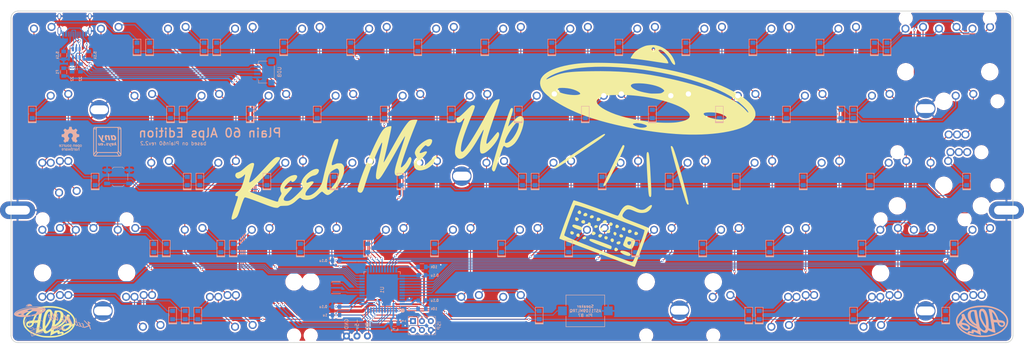
<source format=kicad_pcb>
(kicad_pcb (version 20201116) (generator pcbnew)
  (layers (0 "F.Cu" signal) (31 "B.Cu" signal) (34 "B.Paste" user) (35 "F.Paste" user) (36 "B.SilkS" user "B.Silkscreen") (37 "F.SilkS" user "F.Silkscreen") (38 "B.Mask" user) (39 "F.Mask" user) (44 "Edge.Cuts" user))
  (net 0 "")
  (net 1 "GND")
  (net 2 "Net-(C3-Pad1)")
  (net 3 "VCC")
  (net 4 "row0")
  (net 5 "Net-(D1-Pad2)")
  (net 6 "Net-(D2-Pad2)")
  (net 7 "Net-(D3-Pad2)")
  (net 8 "Net-(D4-Pad2)")
  (net 9 "Net-(D5-Pad2)")
  (net 10 "Net-(D6-Pad2)")
  (net 11 "Net-(D7-Pad2)")
  (net 12 "Net-(D8-Pad2)")
  (net 13 "Net-(D9-Pad2)")
  (net 14 "Net-(D10-Pad2)")
  (net 15 "Net-(D11-Pad2)")
  (net 16 "Net-(D12-Pad2)")
  (net 17 "Net-(D13-Pad2)")
  (net 18 "Net-(D14-Pad2)")
  (net 19 "Net-(D15-Pad2)")
  (net 20 "Net-(D16-Pad2)")
  (net 21 "row1")
  (net 22 "Net-(D17-Pad2)")
  (net 23 "Net-(D18-Pad2)")
  (net 24 "Net-(D19-Pad2)")
  (net 25 "Net-(D20-Pad2)")
  (net 26 "Net-(D21-Pad2)")
  (net 27 "Net-(D22-Pad2)")
  (net 28 "Net-(D23-Pad2)")
  (net 29 "Net-(D24-Pad2)")
  (net 30 "Net-(D25-Pad2)")
  (net 31 "Net-(D26-Pad2)")
  (net 32 "Net-(D27-Pad2)")
  (net 33 "Net-(D28-Pad2)")
  (net 34 "Net-(D29-Pad2)")
  (net 35 "row2")
  (net 36 "Net-(D31-Pad2)")
  (net 37 "Net-(D32-Pad2)")
  (net 38 "Net-(D33-Pad2)")
  (net 39 "Net-(D34-Pad2)")
  (net 40 "Net-(D35-Pad2)")
  (net 41 "Net-(D36-Pad2)")
  (net 42 "Net-(D37-Pad2)")
  (net 43 "Net-(D38-Pad2)")
  (net 44 "Net-(D39-Pad2)")
  (net 45 "Net-(D40-Pad2)")
  (net 46 "Net-(D41-Pad2)")
  (net 47 "Net-(D42-Pad2)")
  (net 48 "Net-(D43-Pad2)")
  (net 49 "Net-(D44-Pad2)")
  (net 50 "row3")
  (net 51 "Net-(D46-Pad2)")
  (net 52 "Net-(D47-Pad2)")
  (net 53 "Net-(D48-Pad2)")
  (net 54 "Net-(D49-Pad2)")
  (net 55 "Net-(D50-Pad2)")
  (net 56 "Net-(D51-Pad2)")
  (net 57 "Net-(D52-Pad2)")
  (net 58 "Net-(D53-Pad2)")
  (net 59 "Net-(D54-Pad2)")
  (net 60 "Net-(D55-Pad2)")
  (net 61 "Net-(D56-Pad2)")
  (net 62 "Net-(D57-Pad2)")
  (net 63 "Net-(D58-Pad2)")
  (net 64 "Net-(D59-Pad2)")
  (net 65 "Net-(D61-Pad2)")
  (net 66 "row4")
  (net 67 "Net-(D62-Pad2)")
  (net 68 "Net-(D63-Pad2)")
  (net 69 "Net-(D67-Pad2)")
  (net 70 "Net-(D71-Pad2)")
  (net 71 "Net-(D72-Pad2)")
  (net 72 "Net-(D73-Pad2)")
  (net 73 "Net-(D74-Pad2)")
  (net 74 "Net-(J1-Pad4)")
  (net 75 "Net-(J1-Pad10)")
  (net 76 "col0")
  (net 77 "col1")
  (net 78 "col2")
  (net 79 "col3")
  (net 80 "col4")
  (net 81 "col5")
  (net 82 "col6")
  (net 83 "col7")
  (net 84 "col8")
  (net 85 "col9")
  (net 86 "col10")
  (net 87 "col11")
  (net 88 "col12")
  (net 89 "col13")
  (net 90 "col14")
  (net 91 "D-")
  (net 92 "D+")
  (net 93 "RST")
  (net 94 "Net-(R6-Pad2)")
  (net 95 "MISO")
  (net 96 "SCK")
  (net 97 "MOSI")
  (net 98 "Net-(H2-Pad1)")
  (net 99 "VBUS")
  (net 100 "Net-(R1-Pad1)")
  (net 101 "Net-(R1-Pad2)")
  (net 102 "Net-(R2-Pad2)")
  (net 103 "Net-(R2-Pad1)")
  (net 104 "Net-(LS1-Pad1)")
  (net 105 "Net-(U1-Pad16)")
  (net 106 "Net-(U1-Pad17)")
  (footprint "footprints:10x5_7x2.5mm" (layer "F.Cu") (at 2.381252 57.125)
    (fp_text reference "S4" hide)
    (fp_text value "Screw")
  )
  (footprint "footprints:10x5_7x2.5mm" (layer "F.Cu") (at 283.368988 57.125)
    (fp_text reference "S5" hide)
    (fp_text value "Screw")
  )
  (footprint "footprints:5.5_5x2.5mm" (layer "F.Cu") (at 26.625 85.725072)
    (fp_text reference "S7" hide)
    (fp_text value "Tofu screw")
  )
  (footprint "footprints:5.5_5x2.5mm" (layer "F.Cu") (at 260.43 85.725072)
    (fp_text reference "S8" hide)
    (fp_text value "Tofu screw")
  )
  (footprint "footprints:5.5_5x2.5mm" (layer "F.Cu") (at 260.425 28.22705)
    (fp_text reference "S2" hide)
    (fp_text value "Screw")
  )
  (footprint "footprints:5.5_5x2.5mm" (layer "F.Cu") (at 25.6 28.575024)
    (fp_text reference "S1" hide)
    (fp_text value "Screw")
  )
  (footprint "footprints:5.5_5x2.5mm" (layer "F.Cu") (at 128.587608 47.42504)
    (fp_text reference "S3" hide)
    (fp_text value "Screw")
  )
  (footprint "footprints:5.5_5x2.5mm" (layer "F.Cu") (at 190.50016 85.525)
    (fp_text reference "S6" hide)
    (fp_text value "Screw")
  )
  (footprint "Keeb_switches_Alps:ALPS_PLATE_100H" (layer "F.Cu") (at 9.525 9.525)
    (fp_text reference "K1" hide)
    (fp_text value "KEYSW" hide)
  )
  (footprint "Keeb_switches_Alps:ALPS_PLATE_100H" (layer "F.Cu") (at 28.575 9.525)
    (fp_text reference "K2" hide)
    (fp_text value "KEYSW" hide)
  )
  (footprint "Keeb_switches_Alps:ALPS_PLATE_100H" (layer "F.Cu") (at 47.625 9.525)
    (fp_text reference "K3" hide)
    (fp_text value "KEYSW" hide)
  )
  (footprint "Keeb_switches_Alps:ALPS_PLATE_100H" (layer "F.Cu") (at 66.675 9.525)
    (fp_text reference "K4" hide)
    (fp_text value "KEYSW" hide)
  )
  (footprint "Keeb_switches_Alps:ALPS_PLATE_100H" (layer "F.Cu") (at 85.725 9.525)
    (fp_text reference "K5" hide)
    (fp_text value "KEYSW" hide)
  )
  (footprint "Keeb_switches_Alps:ALPS_PLATE_100H" (layer "F.Cu") (at 104.775 9.525)
    (fp_text reference "K6" hide)
    (fp_text value "KEYSW" hide)
  )
  (footprint "Keeb_switches_Alps:ALPS_PLATE_100H" (layer "F.Cu") (at 123.825 9.525)
    (fp_text reference "K7" hide)
    (fp_text value "KEYSW" hide)
  )
  (footprint "Keeb_switches_Alps:ALPS_PLATE_100H" (layer "F.Cu") (at 142.875 9.525)
    (fp_text reference "K8" hide)
    (fp_text value "KEYSW" hide)
  )
  (footprint "Keeb_switches_Alps:ALPS_PLATE_100H" (layer "F.Cu") (at 161.925 9.525)
    (fp_text reference "K9" hide)
    (fp_text value "KEYSW" hide)
  )
  (footprint "Keeb_switches_Alps:ALPS_PLATE_100H" (layer "F.Cu") (at 180.975 9.525)
    (fp_text reference "K10" hide)
    (fp_text value "KEYSW" hide)
  )
  (footprint "Keeb_switches_Alps:ALPS_PLATE_100H" (layer "F.Cu") (at 200.025 9.525)
    (fp_text reference "K11" hide)
    (fp_text value "KEYSW" hide)
  )
  (footprint "Keeb_switches_Alps:ALPS_PLATE_100H" (layer "F.Cu") (at 219.075 9.525)
    (fp_text reference "K12" hide)
    (fp_text value "KEYSW" hide)
  )
  (footprint "Keeb_switches_Alps:ALPS_PLATE_100H" (layer "F.Cu") (at 238.125 9.525)
    (fp_text reference "K13" hide)
    (fp_text value "KEYSW" hide)
  )
  (footprint "Keeb_switches_Alps:ALPS_PLATE_100H" (layer "F.Cu") (at 257.175 9.525)
    (fp_text reference "K14" hide)
    (fp_text value "KEYSW" hide)
  )
  (footprint "Keeb_switches_Alps:ALPS_PLATE_150H" (layer "F.Cu") (at 14.2875 28.575)
    (fp_text reference "K16" hide)
    (fp_text value "KEYSW" hide)
  )
  (footprint "Keeb_switches_Alps:ALPS_PLATE_100H" (layer "F.Cu") (at 38.1 28.575)
    (fp_text reference "K17" hide)
    (fp_text value "KEYSW" hide)
  )
  (footprint "Keeb_switches_Alps:ALPS_PLATE_100H" (layer "F.Cu") (at 57.15 28.575)
    (fp_text reference "K18" hide)
    (fp_text value "KEYSW" hide)
  )
  (footprint "Keeb_switches_Alps:ALPS_PLATE_100H" (layer "F.Cu") (at 76.2 28.575)
    (fp_text reference "K19" hide)
    (fp_text value "KEYSW" hide)
  )
  (footprint "Keeb_switches_Alps:ALPS_PLATE_100H" (layer "F.Cu") (at 95.25 28.575)
    (fp_text reference "K20" hide)
    (fp_text value "KEYSW" hide)
  )
  (footprint "Keeb_switches_Alps:ALPS_PLATE_100H" (layer "F.Cu") (at 114.3 28.575)
    (fp_text reference "K21" hide)
    (fp_text value "KEYSW" hide)
  )
  (footprint "Keeb_switches_Alps:ALPS_PLATE_100H" (layer "F.Cu") (at 133.35 28.575)
    (fp_text reference "K22" hide)
    (fp_text value "KEYSW" hide)
  )
  (footprint "Keeb_switches_Alps:ALPS_PLATE_100H" (layer "F.Cu") (at 152.4 28.575)
    (fp_text reference "K23" hide)
    (fp_text value "KEYSW" hide)
  )
  (footprint "Keeb_switches_Alps:ALPS_PLATE_100H" (layer "F.Cu") (at 171.45 28.575)
    (fp_text reference "K24" hide)
    (fp_text value "KEYSW" hide)
  )
  (footprint "Keeb_switches_Alps:ALPS_PLATE_100H" (layer "F.Cu") (at 190.5 28.575)
    (fp_text reference "K25" hide)
    (fp_text value "KEYSW" hide)
  )
  (footprint "Keeb_switches_Alps:ALPS_PLATE_100H" (layer "F.Cu") (at 209.55 28.575)
    (fp_text reference "K26" hide)
    (fp_text value "KEYSW" hide)
  )
  (footprint "Keeb_switches_Alps:ALPS_PLATE_100H" (layer "F.Cu") (at 228.6 28.575)
    (fp_text reference "K27" hide)
    (fp_text value "KEYSW" hide)
  )
  (footprint "Keeb_switches_Alps:ALPS_PLATE_100H" (layer "F.Cu") (at 247.65 28.575)
    (fp_text reference "K28" hide)
    (fp_text value "KEYSW" hide)
  )
  (footprint "Keeb_switches_Alps:ALPS_PLATE_150H" (layer "F.Cu") (at 271.4625 28.575)
    (fp_text reference "K29" hide)
    (fp_text value "KEYSW" hide)
  )
  (footprint "Keeb_switches_Alps:ALPS_PLATE_175H" (layer "F.Cu") (at 16.66875 47.625 180)
    (fp_text reference "K31" hide)
    (fp_text value "KEYSW" hide)
  )
  (footprint "Keeb_switches_Alps:ALPS_PLATE_100H" (layer "F.Cu") (at 42.8625 47.625)
    (fp_text reference "K32" hide)
    (fp_text value "KEYSW" hide)
  )
  (footprint "Keeb_switches_Alps:ALPS_PLATE_100H" (layer "F.Cu") (at 61.9125 47.625)
    (fp_text reference "K33" hide)
    (fp_text value "KEYSW" hide)
  )
  (footprint "Keeb_switches_Alps:ALPS_PLATE_100H" (layer "F.Cu") (at 80.9625 47.625)
    (fp_text reference "K34" hide)
    (fp_text value "KEYSW" hide)
  )
  (footprint "Keeb_switches_Alps:ALPS_PLATE_100H" (layer "F.Cu") (at 100.0125 47.625)
    (fp_text reference "K35" hide)
    (fp_text value "KEYSW" hide)
  )
  (footprint "Keeb_switches_Alps:ALPS_PLATE_100H" (layer "F.Cu") (at 119.0625 47.625)
    (fp_text reference "K36" hide)
    (fp_text value "KEYSW" hide)
  )
  (footprint "Keeb_switches_Alps:ALPS_PLATE_100H" (layer "F.Cu") (at 138.1125 47.625)
    (fp_text reference "K37" hide)
    (fp_text value "KEYSW" hide)
  )
  (footprint "Keeb_switches_Alps:ALPS_PLATE_100H" (layer "F.Cu") (at 157.1625 47.625)
    (fp_text reference "K38" hide)
    (fp_text value "KEYSW" hide)
  )
  (footprint "Keeb_switches_Alps:ALPS_PLATE_100H" (layer "F.Cu") (at 176.2125 47.625)
    (fp_text reference "K39" hide)
    (fp_text value "KEYSW" hide)
  )
  (footprint "Keeb_switches_Alps:ALPS_PLATE_100H" (layer "F.Cu") (at 195.2625 47.625)
    (fp_text reference "K40" hide)
    (fp_text value "KEYSW" hide)
  )
  (footprint "Keeb_switches_Alps:ALPS_PLATE_100H" (layer "F.Cu") (at 214.3125 47.625)
    (fp_text reference "K41" hide)
    (fp_text value "KEYSW" hide)
  )
  (footprint "Keeb_switches_Alps:ALPS_PLATE_100H" (layer "F.Cu") (at 233.3625 47.625)
    (fp_text reference "K42" hide)
    (fp_text value "KEYSW" hide)
  )
  (footprint "Keeb_switches_Alps:ALPS_PLATE_100H" (layer "F.Cu") (at 252.4125 47.625)
    (fp_text reference "K43" hide)
    (fp_text value "KEYSW" hide)
  )
  (footprint "Keeb_switches_Alps:ALPS_PCB_225H" (layer "F.Cu") (at 264.31875 47.625)
    (fp_text reference "K44" hide)
    (fp_text value "KEYSW" hide)
  )
  (footprint "Keeb_switches_Alps:ALPS_PCB_225H" (layer "F.Cu") (at 21.43125 66.675)
    (fp_text reference "K46" hide)
    (fp_text value "KEYSW" hide)
  )
  (footprint "Keeb_switches_Alps:ALPS_PLATE_100H" (layer "F.Cu") (at 33.3375 66.675)
    (fp_text reference "K47" hide)
    (fp_text value "KEYSW" hide)
  )
  (footprint "Keeb_switches_Alps:ALPS_PLATE_100H" (layer "F.Cu") (at 52.3875 66.675)
    (fp_text reference "K48" hide)
    (fp_text value "KEYSW" hide)
  )
  (footprint "Keeb_switches_Alps:ALPS_PLATE_100H" (layer "F.Cu") (at 71.4375 66.675)
    (fp_text reference "K49" hide)
    (fp_text value "KEYSW" hide)
  )
  (footprint "Keeb_switches_Alps:ALPS_PLATE_100H" (layer "F.Cu") (at 90.4875 66.675)
    (fp_text reference "K50" hide)
    (fp_text value "KEYSW" hide)
  )
  (footprint "Keeb_switches_Alps:ALPS_PLATE_100H" (layer "F.Cu") (at 109.5375 66.675)
    (fp_text reference "K51" hide)
    (fp_text value "KEYSW" hide)
  )
  (footprint "Keeb_switches_Alps:ALPS_PLATE_100H" (layer "F.Cu") (at 128.5875 66.675)
    (fp_text reference "K52" hide)
    (fp_text value "KEYSW" hide)
  )
  (footprint "Keeb_switches_Alps:ALPS_PLATE_100H" (layer "F.Cu") (at 147.6375 66.675)
    (fp_text reference "K53" hide)
    (fp_text value "KEYSW" hide)
  )
  (footprint "Keeb_switches_Alps:ALPS_PLATE_100H" (layer "F.Cu") (at 166.6875 66.675)
    (fp_text reference "K54" hide)
    (fp_text value "KEYSW" hide)
  )
  (footprint "Keeb_switches_Alps:ALPS_PLATE_100H" (layer "F.Cu") (at 185.7375 66.675)
    (fp_text reference "K55" hide)
    (fp_text value "KEYSW" hide)
  )
  (footprint "Keeb_switches_Alps:ALPS_PLATE_100H" (layer "F.Cu") (at 204.7875 66.675)
    (fp_text reference "K56" hide)
    (fp_text value "KEYSW" hide)
  )
  (footprint "Keeb_switches_Alps:ALPS_PLATE_100H" (layer "F.Cu") (at 223.8375 66.675)
    (fp_text reference "K57" hide)
    (fp_text value "KEYSW" hide)
  )
  (footprint "Keeb_switches_Alps:ALPS_PLATE_100H" (layer "F.Cu") (at 276.225 66.675)
    (fp_text reference "K59" hide)
    (fp_text value "KEYSW" hide)
  )
  (footprint "Keeb_switches_Alps:ALPS_PLATE_125H" (layer "F.Cu") (at 11.90625 85.725)
    (fp_text reference "K61" hide)
    (fp_text value "KEYSW" hide)
  )
  (footprint "Keeb_switches_Alps:ALPS_PLATE_125H" (layer "F.Cu") (at 35.71875 85.725)
    (fp_text reference "K62" hide)
    (fp_text value "KEYSW" hide)
  )
  (footprint "Keeb_switches_Alps:ALPS_PCB_625H_F" (layer "F.Cu") (at 130.96875 85.725)
    (fp_text reference "K67" hide)
    (fp_text value "KEYSW" hide)
  )
  (footprint "Keeb_switches_Alps:ALPS_PLATE_125H" (layer "F.Cu") (at 202.40625 85.725)
    (fp_text reference "K71" hide)
    (fp_text value "KEYSW" hide)
  )
  (footprint "Keeb_switches_Alps:ALPS_PLATE_125H" (layer "F.Cu") (at 226.21875 85.725)
    (fp_text reference "K72" hide)
    (fp_text value "KEYSW" hide)
  )
  (footprint "Keeb_switches_Alps:ALPS_PLATE_125H" (layer "F.Cu") (at 250.03125 85.725)
    (fp_text reference "K73" hide)
    (fp_text value "KEYSW" hide)
  )
  (footprint "Keeb_switches_Alps:ALPS_PLATE_125H" (layer "F.Cu") (at 273.84375 85.725072)
    (fp_text reference "K74" hide)
    (fp_text value "KEYSW" hide)
  )
  (footprint "Keeb_switches_Alps:ALPS_PLATE_100H" (layer "F.Cu") (at 276.225 9.525)
    (fp_text reference "K15-1" hide)
    (fp_text value "KEYSW" hide)
  )
  (footprint "Keeb_switches_Alps:ALPS_PLATE_125H" (layer "F.Cu") (at 11.90625 47.625)
    (fp_text reference "K31-1" hide)
    (fp_text value "KEYSW" hide)
  )
  (footprint "Keeb_switches_Alps:ALPS_PLATE_125H" (layer "F.Cu") (at 11.90625 66.675)
    (fp_text reference "K46-1" hide)
    (fp_text value "KEYSW" hide)
  )
  (footprint "Keeb_switches_Alps:ALPS_PLATE_175H" (layer "F.Cu") (at 250.03146 66.675056)
    (fp_text reference "K58-1" hide)
    (fp_text value "KEYSW" hide)
  )
  (footprint "Keeb_switches_Alps:ALPS_PLATE_150H" (layer "F.Cu") (at 14.2875 85.725)
    (fp_text reference "K61-1" hide)
    (fp_text value "KEYSW" hide)
  )
  (footprint "Keeb_switches_Alps:ALPS_PLATE_100H" (layer "F.Cu") (at 38.1 85.725)
    (fp_text reference "K62-1" hide)
    (fp_text value "KEYSW" hide)
  )
  (footprint "Keeb_switches_Alps:ALPS_PCB_700H_F" (layer "F.Cu") (at 142.875 85.725)
    (fp_text reference "K67-1" hide)
    (fp_text value "KEYSW" hide)
  )
  (footprint "Keeb_switches_Alps:ALPS_PLATE_150H" (layer "F.Cu") (at 223.8375 85.725)
    (fp_text reference "K72-1" hide)
    (fp_text value "KEYSW" hide)
  )
  (footprint "Keeb_switches_Alps:ALPS_PLATE_100H" (layer "F.Cu") (at 247.65 85.725)
    (fp_text reference "K73-1" hide)
    (fp_text value "KEYSW" hide)
  )
  (footprint "Keeb_switches_Alps:ALPS_PLATE_150H" (layer "F.Cu") (at 271.462728 85.725072)
    (fp_text reference "K74-1" hide)
    (fp_text value "KEYSW" hide)
  )
  (footprint "Keeb_switches_Alps:ALPS_PCB_275H" (layer "F.Cu") (at 259.55625 66.675)
    (fp_text reference "K58" hide)
    (fp_text value "KEYSW" hide)
  )
  (footprint "Keeb_switches_Alps:ALPS_PLATE_150H" (layer "F.Cu") (at 66.675 85.725072 180)
    (fp_text reference "K63-2" hide)
    (fp_text value "KEYSW" hide)
  )
  (footprint "Keeb_switches_Alps:ALPS_PLATE_150H" (layer "F.Cu") (at 219.075 85.725 180)
    (fp_text reference "K72-2" hide)
    (fp_text value "KEYSW" hide)
  )
  (footprint "Keeb_switches_Alps:ALPS_PLATE_125H" (layer "F.Cu") (at 245.26875 85.725 180)
    (fp_text reference "K73-2" hide)
    (fp_text value "KEYSW" hide)
  )
  (footprint "Keeb_switches_Alps:ALPS_PLATE_200H" (layer "F.Cu") (at 271.4625 38.1 90)
    (fp_text reference "K44-2" hide)
    (fp_text value "KEYSW" hide)
  )
  (footprint "Keeb_switches_Alps:ALPS_PLATE_200H" (layer "F.Cu") (at 276.225 38.1 90)
    (fp_text reference "K44-3" hide)
    (fp_text value "KEYSW" hide)
  )
  (footprint "Keeb_switches_Alps:ALPS_PLATE_150H" (layer "F.Cu") (at 14.2875 47.625)
    (fp_text reference "K31-2" hide)
    (fp_text value "KEYSW" hide)
  )
  (footprint "Keeb_switches_Alps:ALPS_PLATE_125H" (layer "F.Cu") (at 40.48125 85.725 180)
    (fp_text reference "K62-2" hide)
    (fp_text value "KEYSW" hide)
  )
  (footprint "Keeb_switches_Alps:ALPS_PCB_200H_F" (layer "F.Cu") (at 273.84375 38.1 90)
    (fp_text reference "K44-1" hide)
    (fp_text value "KEYSW" hide)
  )
  (footprint "Keeb_switches_Alps:ALPS_PLATE_125H" (layer "F.Cu") (at 59.53125 85.725)
    (fp_text reference "K63" hide)
    (fp_text value "KEYSW" hide)
  )
  (footprint "Keeb_switches_Alps:ALPS_PLATE_150H" (layer "F.Cu") (at 61.912552 85.725072)
    (fp_text reference "K63-1" hide)
    (fp_text value "KEYSW" hide)
  )
  (footprint "Keeb_switches_Alps:ALPS_PCB_200H" (layer "F.Cu") (at 266.7 9.525)
    (fp_text reference "K15" hide)
    (fp_text value "KEYSW" hide)
  )
  (footprint "footprints:alps" (layer "F.Cu") (at 11.354 88.816)
    (fp_text reference "G***" hide)
    (fp_text value "LOGO" hide)
  )
  (footprint "footprints:keebmeup_logo_big" (layer "F.Cu") (at 137.424 41.791)
    (fp_text reference "G***" hide)
    (fp_text value "LOGO" hide)
  )
  (footprint "Keeb_components:D_0805" (layer "B.Cu") (at 239.911139 86.915698 90)
    (fp_text reference "D73")
    (fp_text value "D" hide)
  )
  (footprint "Keeb_components:D_0805" (layer "B.Cu") (at 213.122054 86.915698 90)
    (fp_text reference "D72")
    (fp_text value "D" hide)
  )
  (footprint "Keeb_components:D_0805" (layer "B.Cu") (at 150.614189 86.915698 90)
    (fp_text reference "D67")
    (fp_text value "D" hide)
  )
  (footprint "Keeb_components:D_0805" (layer "B.Cu") (at 268.486163 67.865682 90)
    (fp_text reference "D59")
    (fp_text value "D" hide)
  )
  (footprint "Keeb_components:D_0805" (layer "B.Cu") (at 242.292391 67.865682 90)
    (fp_text reference "D58")
    (fp_text value "D" hide)
  )
  (footprint "Keeb_components:D_0805" (layer "B.Cu") (at 216.098619 67.865682 90)
    (fp_text reference "D57")
    (fp_text value "D" hide)
  )
  (footprint "Keeb_components:D_0805" (layer "B.Cu") (at 197.048603 67.865682 90)
    (fp_text reference "D56")
    (fp_text value "D" hide)
  )
  (footprint "Keeb_components:D_0805" (layer "B.Cu") (at 139.898555 67.865682 90)
    (fp_text reference "D53")
    (fp_text value "D" hide)
  )
  (footprint "Keeb_components:D_0805" (layer "B.Cu") (at 101.798523 67.865682 90)
    (fp_text reference "D51")
    (fp_text value "D" hide)
  )
  (footprint "Keeb_components:D_0805" (layer "B.Cu") (at 82.748507 67.865682 90)
    (fp_text reference "D50")
    (fp_text value "D" hide)
  )
  (footprint "Keeb_components:D_0805" (layer "B.Cu") (at 220.861123 29.76565 90)
    (fp_text reference "D27")
    (fp_text value "D" hide)
  )
  (footprint "Keeb_components:D_0805" (layer "B.Cu") (at 225.623627 48.815666 90)
    (fp_text reference "D42")
    (fp_text value "D" hide)
  )
  (footprint "Keeb_components:D_0805" (layer "B.Cu") (at 49.410979 29.76565 90)
    (fp_text reference "D18")
    (fp_text value "D" hide)
  )
  (footprint "Keeb_components:D_0805" (layer "B.Cu") (at 182.761091 29.76565 90)
    (fp_text reference "D25")
    (fp_text value "D" hide)
  )
  (footprint "Keeb_components:D_0805" (layer "B.Cu") (at 206.573611 48.815666 90)
    (fp_text reference "D41")
    (fp_text value "D" hide)
  )
  (footprint "Keeb_components:D_0805" (layer "B.Cu") (at 111.323531 48.815666 90)
    (fp_text reference "D36")
    (fp_text value "D" hide)
  )
  (footprint "Keeb_components:D_0805" (layer "B.Cu") (at 24.407833 48.815666 90)
    (fp_text reference "D31")
    (fp_text value "D" hide)
  )
  (footprint "Keeb_components:D_0805" (layer "B.Cu") (at 187.523595 48.815666 90)
    (fp_text reference "D40")
    (fp_text value "D" hide)
  )
  (footprint "Keeb_components:D_0805" (layer "B.Cu") (at 145.851685 48.815666 90)
    (fp_text reference "D37")
    (fp_text value "D" hide)
  )
  (footprint "Keeb_components:D_0805" (layer "B.Cu") (at 50.601605 48.815666 90)
    (fp_text reference "D32")
    (fp_text value "D" hide)
  )
  (footprint "Keeb_components:D_0805" (layer "B.Cu") (at 73.223499 48.815666 90)
    (fp_text reference "D34")
    (fp_text value "D" hide)
  )
  (footprint "Keeb_components:D_0805" (layer "B.Cu") (at 106.561027 29.76565 90)
    (fp_text reference "D21")
    (fp_text value "D" hide)
  )
  (footprint "Keeb_components:D_0805" (layer "B.Cu") (at 201.811107 29.76565 90)
    (fp_text reference "D26")
    (fp_text value "D" hide)
  )
  (footprint "Keeb_components:D_0805" (layer "B.Cu") (at 125.611043 29.76565 90)
    (fp_text reference "D22")
    (fp_text value "D" hide)
  )
  (footprint "Keeb_components:D_0805" (layer "B.Cu") (at 163.711075 29.76565 90)
    (fp_text reference "D24")
    (fp_text value "D" hide)
  )
  (footprint "Keeb_components:D_0805" (layer "B.Cu") (at 244.673643 48.815666 90)
    (fp_text reference "D43")
    (fp_text value "D" hide)
  )
  (footprint "Keeb_components:D_0805" (layer "B.Cu") (at 149.423563 48.815666 90)
    (fp_text reference "D38")
    (fp_text value "D" hide)
  )
  (footprint "Keeb_components:D_0805" (layer "B.Cu") (at 92.273515 48.815666 90)
    (fp_text reference "D35")
    (fp_text value "D" hide)
  )
  (footprint "Keeb_components:D_0805" (layer "B.Cu") (at 60.126613 67.865682 90)
    (fp_text reference "D48")
    (fp_text value "D" hide)
  )
  (footprint "Keeb_components:D_0805" (layer "B.Cu") (at 158.948571 67.865682 90)
    (fp_text reference "D54")
    (fp_text value "D" hide)
  )
  (footprint "Keeb_components:D_0805" (layer "B.Cu") (at 272.058041 48.815666 90)
    (fp_text reference "D44")
    (fp_text value "D" hide)
  )
  (footprint "Keeb_components:D_0805" (layer "B.Cu") (at 50.006292 86.915698 90)
    (fp_text reference "D62")
    (fp_text value "D" hide)
  )
  (footprint "Keeb_components:D_0805" (layer "B.Cu") (at 168.473579 48.815666 90)
    (fp_text reference "D39")
    (fp_text value "D" hide)
  )
  (footprint "Keeb_components:D_0805" (layer "B.Cu") (at 87.511011 29.76565 90)
    (fp_text reference "D20")
    (fp_text value "D" hide)
  )
  (footprint "Keeb_components:D_0805" (layer "B.Cu") (at 239.911139 29.76565 90)
    (fp_text reference "D28")
    (fp_text value "D" hide)
  )
  (footprint "Keeb_components:D_0805" (layer "B.Cu") (at 54.173483 48.815666 90)
    (fp_text reference "D33")
    (fp_text value "D" hide)
  )
  (footprint "Keeb_components:D_0805" (layer "B.Cu") (at 144.661059 29.76565 90)
    (fp_text reference "D23")
    (fp_text value "D" hide)
  )
  (footprint "Keeb_components:D_0805" (layer "B.Cu") (at 177.998587 67.865682 90)
    (fp_text reference "D55")
    (fp_text value "D" hide)
  )
  (footprint "Keeb_components:D_0805" (layer "B.Cu") (at 120.848539 67.865682 90)
    (fp_text reference "D52")
    (fp_text value "D" hide)
  )
  (footprint "Keeb_components:D_0805" (layer "B.Cu") (at 68.460995 29.76565 90)
    (fp_text reference "D19")
    (fp_text value "D" hide)
  )
  (footprint "Keeb_components:ATMEGA32U4" (layer "B.Cu") (at 105.965714 79.771942 90)
    (fp_text reference "U1")
    (fp_text value "ATmega32U4")
  )
  (footprint "Button_Switch_SMD:SW_SPST_TL3342" (layer "B.Cu") (at 30.956276 47.62504 180)
    (fp_text reference "SW1" hide)
    (fp_text value "SW_PUSH")
  )
  (footprint "Keeb_components:R_0805" (layer "B.Cu") (at 117.276661 73.223499 180)
    (fp_text reference "R6" hide)
    (fp_text value "10k")
  )
  (footprint "Keeb_components:D_0805" (layer "B.Cu") (at 173.236083 10.715634 90)
    (fp_text reference "D10")
    (fp_text value "D" hide)
  )
  (footprint "Keeb_components:D_0805" (layer "B.Cu") (at 249.436147 10.715634 90)
    (fp_text reference "D14")
    (fp_text value "D" hide)
  )
  (footprint "Keeb_components:D_0805" (layer "B.Cu") (at 154.186067 10.715634 90)
    (fp_text reference "D9")
    (fp_text value "D" hide)
  )
  (footprint "Keeb_components:D_0805" (layer "B.Cu") (at 230.386131 10.715634 90)
    (fp_text reference "D13")
    (fp_text value "D" hide)
  )
  (footprint "Keeb_components:D_0805" (layer "B.Cu") (at 192.286099 10.715634 90)
    (fp_text reference "D11")
    (fp_text value "D" hide)
  )
  (footprint "Keeb_components:D_0805" (layer "B.Cu") (at 245.864269 10.715634 90)
    (fp_text reference "D15")
    (fp_text value "D" hide)
  )
  (footprint "Keeb_components:D_0805" (layer "B.Cu") (at 45.839101 29.76565 90)
    (fp_text reference "D17")
    (fp_text value "D" hide)
  )
  (footprint "Keeb_components:D_0805" (layer "B.Cu") (at 6.548443 29.76565 90)
    (fp_text reference "D16")
    (fp_text value "D" hide)
  )
  (footprint "Keeb_components:D_0805" (layer "B.Cu") (at 211.336115 10.715634 90)
    (fp_text reference "D12")
    (fp_text value "D" hide)
  )
  (footprint "Keeb_components:D_0805" (layer "B.Cu") (at 116.086035 10.715634 90)
    (fp_text reference "D7")
    (fp_text value "D" hide)
  )
  (footprint "Keeb_components:D_0805" (layer "B.Cu") (at 55.364109 10.715634 90)
    (fp_text reference "D3")
    (fp_text value "D" hide)
  )
  (footprint "Keeb_components:D_0805" (layer "B.Cu") (at 77.986003 10.715634 90)
    (fp_text reference "D5")
    (fp_text value "D" hide)
  )
  (footprint "Keeb_components:D_0805" (layer "B.Cu") (at 135.136051 10.715634 90)
    (fp_text reference "D8")
    (fp_text value "D" hide)
  )
  (footprint "Keeb_components:D_0805" (layer "B.Cu") (at 97.036019 10.715634 90)
    (fp_text reference "D6")
    (fp_text value "D" hide)
  )
  (footprint "Keeb_components:D_0805" (layer "B.Cu") (at 58.935987 10.715634 90)
    (fp_text reference "D4")
    (fp_text value "D" hide)
  )
  (footprint "footprints:oshw" (layer "B.Cu") (at 17.4 36.805 180)
    (fp_text reference "G***" hide)
    (fp_text value "LOGO" hide)
  )
  (footprint "footprints:free_pin" (layer "B.Cu") (at 98.821958 92.868828 -90)
    (fp_text reference "H4" hide)
    (fp_text value "+5v")
  )
  (footprint "footprints:free_pin" (layer "B.Cu") (at 101.798523 92.86875 -90)
    (fp_text reference "H2" hide)
    (fp_text value "B0")
  )
  (footprint "Keeb_components:D_0805" (layer "B.Cu") (at 266.104911 86.915698 90)
    (fp_text reference "D74")
    (fp_text value "D" hide)
  )
  (footprint "Keeb_components:R_0805" (layer "B.Cu") (at 17.85939 16.668764 90)
    (fp_text reference "R1" hide)
    (fp_text value "22")
  )
  (footprint "Keeb_components:HRO-TYPE-C-31-M-12" (layer "B.Cu") (at 18.568 -0.62)
    (fp_text reference "J1")
    (fp_text value "HRO-TYPE-C-31-M-12")
  )
  (footprint "Keeb_components:D_0805" (layer "B.Cu") (at 63.698491 67.865682 90)
    (fp_text reference "D49")
    (fp_text value "D" hide)
  )
  (footprint "Keeb_components:C_0805" (layer "B.Cu") (at 117.276661 82.748507 180)
    (fp_text reference "C6")
    (fp_text value "0.1u")
  )
  (footprint "Keeb_components:C_0805" (layer "B.Cu") (at 117.276661 75.604751 180)
    (fp_text reference "C7")
    (fp_text value "0.1u")
  )
  (footprint "Keeb_components:D_0805" (layer "B.Cu") (at 41.076597 67.865682 90)
    (fp_text reference "D46")
    (fp_text value "D" hide)
  )
  (footprint "Keeb_components:D_0805" (layer "B.Cu") (at 236.339261 29.76565 90)
    (fp_text reference "D29")
    (fp_text value "D" hide)
  )
  (footprint "Keeb_components:R_0805" (layer "B.Cu") (at 15.478138 17.85939 90)
    (fp_text reference "F1")
    (fp_text value "Polyfuse" hide)
  )
  (footprint "Keeb_components:D_0805" (layer "B.Cu") (at 36.314093 10.715634 90)
    (fp_text reference "D1")
    (fp_text value "D" hide)
  )
  (footprint "Keeb_components:D_0805" (layer "B.Cu") (at 44.648475 67.865682 90)
    (fp_text reference "D47")
    (fp_text value "D" hide)
  )
  (footprint "Keeb_components:R_0805" (layer "B.Cu") (at 20.240642 16.668764 -90)
    (fp_text reference "R2" hide)
    (fp_text value "22")
  )
  (footprint "Keeb_components:C_0805" (layer "B.Cu") (at 92.868828 86.915698 180)
    (fp_text reference "C3")
    (fp_text value "1u")
  )
  (footprint "Keeb_components:C_0805" (layer "B.Cu") (at 92.868828 84.534446)
    (fp_text reference "C4")
    (fp_text value "0.1u")
  )
  (footprint "Keeb_components:R_0805" (layer "B.Cu") (at 117.276661 85.129759)
    (fp_text reference "R5" hide)
    (fp_text value "10k")
  )
  (footprint "Keeb_components:C_0805" (layer "B.Cu") (at 92.868828 71.43756)
    (fp_text reference "C5")
    (fp_text value "0.1u")
  )
  (footprint "Keeb_components:R_0805" (layer "B.Cu") (at 22.621894 13.096886 -90)
    (fp_text reference "R4" hide)
    (fp_text value "5.1k")
  )
  (footprint "Keeb_components:D_0805" (layer "B.Cu") (at 39.885971 10.715634 90)
    (fp_text reference "D2")
    (fp_text value "D" hide)
  )
  (footprint "Keeb_components:D_0805" (layer "B.Cu") (at 46.434414 86.915698 90)
    (fp_text reference "D61")
    (fp_text value "D" hide)
  )
  (footprint "Keeb_components:USBLC6-2SC6" (layer "B.Cu") (at 19.050016 12.501573)
    (fp_text reference "U2" hide)
    (fp_text value "USBLC6-2SC6")
  )
  (footprint "footprints:free_pin" (layer "B.Cu") (at 95.845393 92.868828 -90)
    (fp_text reference "H3" hide)
    (fp_text value "GND")
  )
  (footprint "Keeb_components:isp_standard" (layer "B.Cu") (at 117.276661 89.892263 -90)
    (fp_text reference "J2" hide)
    (fp_text value "ISP")
  )
  (footprint "Keeb_components:R_0805" (layer "B.Cu") (at 15.478138 13.096886 90)
    (fp_text reference "R3" hide)
    (fp_text value "5.1k")
  )
  (footprint "Keeb_components:logo_new" (layer "B.Cu") (at 27.866 37.648 180)
    (fp_text reference "G***" hide)
    (fp_text value "LOGO" hide)
  )
  (footprint "Keeb_components:D_0805" (layer "B.Cu") (at 53.57817 86.915698 90)
    (fp_text reference "D63")
    (fp_text value "D" hide)
  )
  (footprint "Keeb_components:D_0805" (layer "B.Cu") (at 210.145489 86.915698 90)
    (fp_text reference "D71")
    (fp_text value "D" hide)
  )
  (footprint "Keeb_components:JST_SH_SM04B-SRSS-TB_1x04-1MP_P1.00mm_Horizontal" (layer "B.Cu") (at 72.628186 17.85939 -90)
    (fp_text reference "J3" hide)
    (fp_text value "ai03_ud" hide)
  )
  (footprint "Keeb_components:speaker_AST1109MLTRQ" (layer "B.Cu") (at 163.711195 85.725144)
    (fp_text reference "LS1" hide)
    (fp_text value "Speaker")
  )
  (footprint "Keeb_components:Resonator_SMD_muRata_CSTNExxV-3Pin-p1.2" (layer "B.Cu") (at 92.868828 79.176629 -90)
    (fp_text reference "X1" hide)
    (fp_text value "XTAL_GND")
  )
  (footprint "Keeb_components:C_0805" (layer "B.Cu") (at 109.537592 89.29695 180)
    (fp_text reference "C8")
    (fp_text value "4.7u")
  )
  (footprint "footprints:alps" (layer "B.Cu") (at 276.457 88.673 180)
    (fp_text reference "G***" hide)
    (fp_text value "LOGO" hide)
  )
  (footprint "footprints:keebmeup.com_logo" (layer "B.Cu") (at 12.32 88.384 180)
    (fp_text reference "G***" hide)
    (fp_text value "LOGO" hide)
  )
  (gr_line (start 283.225 0.525) (end 2.525 0.525) (layer "Edge.Cuts") (width 0.2))
  (gr_line (start 285.225 92.725064) (end 285.225 2.525) (layer "Edge.Cuts") (width 0.2))
  (gr_arc (start 2.525 92.725064) (end 0.525 92.725064) (angle -90) (layer "Edge.Cuts") (width 0.2))
  (gr_arc (start 283.225 2.525) (end 285.225 2.525) (angle -90) (layer "Edge.Cuts") (width 0.2))
  (gr_line (start 2.525 94.725064) (end 283.225 94.725064) (layer "Edge.Cuts") (width 0.2))
  (gr_arc (start 2.525 2.525) (end 2.525 0.525) (angle -90) (layer "Edge.Cuts") (width 0.2))
  (gr_arc (start 283.225 92.725064) (end 283.225 94.725064) (angle -90) (layer "Edge.Cuts") (width 0.2))
  (gr_line (start 0.525 2.525) (end 0.525 92.725064) (layer "Edge.Cuts") (width 0.2))
  (gr_text "based on Plain60 rev2.2" (at 46.629 38.131) (layer "B.SilkS") (effects (font (size 1 1)) (justify mirror)))
  (gr_text "UDB" (at 76.795377 17.85939 90) (layer "B.SilkS") (effects (font (size 1 1)) (justify mirror)))
  (gr_text "Plain 60 Alps Edition" (at 57.059 35.159) (layer "B.SilkS") (effects (font (size 2.5 2.5) (thickness 0.4)) (justify mirror)))
  (gr_text "Speaker\nAST1109MLTRQ\nPin B7" (at 163.711195 85.725144) (layer "B.SilkS") (effects (font (size 0.8 0.8)) (justify mirror)))
  (segment (start 14.248 6.11) (end 14.248 1.93) (width 0.25) (layer "F.Cu") (net 1))
  (segment (start 22.888 1.93) (end 22.888 6.11) (width 0.25) (layer "F.Cu") (net 1))
  (via (at 105.965714 83.34382) (size 0.6) (drill 0.4) (layers "F.Cu" "B.Cu") (net 1))
  (via (at 122.634478 72.628186) (size 0.6) (drill 0.4) (layers "F.Cu" "B.Cu") (net 1))
  (via (at 112.514157 89.892263) (size 0.6) (drill 0.4) (layers "F.Cu" "B.Cu") (net 1))
  (via (at 113.704783 82.153194) (size 0.6) (drill 0.4) (layers "F.Cu" "B.Cu") (net 1))
  (segment (start 111.918844 89.29695) (end 112.514157 89.892263) (width 0.25) (layer "B.Cu") (net 1))
  (segment (start 15.343 7.025) (end 15.163 7.025) (width 0.25) (layer "B.Cu") (net 1))
  (segment (start 118.276661 75.729751) (end 118.276661 75.604751) (width 0.25) (layer "B.Cu") (net 1))
  (segment (start 17.098452 12.726572) (end 15.628138 14.196886) (width 0.25) (layer "B.Cu") (net 1))
  (segment (start 112.886035 82.971942) (end 113.704783 82.153194) (width 0.25) (layer "B.Cu") (net 1))
  (segment (start 101.965714 74.071942) (end 101.965714 80.795377) (width 0.25) (layer "B.Cu") (net 1))
  (segment (start 23.27 6.11) (end 23.09 6.11) (width 0.25) (layer "B.Cu") (net 1))
  (segment (start 14.248 1.93) (end 22.888 1.93) (width 0.25) (layer "B.Cu") (net 1))
  (segment (start 110.537592 89.29695) (end 111.918844 89.29695) (width 0.25) (layer "B.Cu") (net 1))
  (segment (start 110.132905 82.439133) (end 110.665714 82.971942) (width 0.25) (layer "B.Cu") (net 1))
  (segment (start 110.665714 76.571942) (end 110.132905 77.104751) (width 0.25) (layer "B.Cu") (net 1))
  (segment (start 111.665714 76.571942) (end 117.43447 76.571942) (width 0.25) (layer "B.Cu") (net 1))
  (segment (start 15.628138 14.196886) (end 15.478138 14.196886) (width 0.25) (layer "B.Cu") (net 1))
  (segment (start 100.265714 81.371942) (end 101.389149 81.371942) (width 0.25) (layer "B.Cu") (net 1))
  (segment (start 112.514157 89.892263) (end 118.546661 89.892263) (width 0.25) (layer "B.Cu") (net 1))
  (segment (start 122.039165 73.223499) (end 122.634478 72.628186) (width 0.25) (layer "B.Cu") (net 1))
  (segment (start 15.163 7.025) (end 14.248 6.11) (width 0.25) (layer "B.Cu") (net 1))
  (segment (start 118.376661 73.223499) (end 122.039165 73.223499) (width 0.25) (layer "B.Cu") (net 1))
  (segment (start 106.765714 84.14382) (end 105.965714 83.34382) (width 0.25) (layer "B.Cu") (net 1))
  (segment (start 101.389149 81.371942) (end 101.798523 80.962568) (width 0.25) (layer "B.Cu") (net 1))
  (segment (start 18.210019 12.726572) (end 17.098452 12.726572) (width 0.25) (layer "B.Cu") (net 1))
  (segment (start 118.546661 89.892263) (end 119.816661 91.162263) (width 0.25) (layer "B.Cu") (net 1))
  (segment (start 110.665714 82.971942) (end 111.665714 82.971942) (width 0.25) (layer "B.Cu") (net 1))
  (segment (start 106.765714 85.471942) (end 106.765714 84.14382) (width 0.25) (layer "B.Cu") (net 1))
  (segment (start 111.665714 76.571942) (end 110.665714 76.571942) (width 0.25) (layer "B.Cu") (net 1))
  (segment (start 117.43447 76.571942) (end 118.276661 75.729751) (width 0.25) (layer "B.Cu") (net 1))
  (segment (start 21.793 7.025) (end 21.973 7.025) (width 0.25) (layer "B.Cu") (net 1))
  (segment (start 111.665714 82.971942) (end 112.886035 82.971942) (width 0.25) (layer "B.Cu") (net 1))
  (segment (start 21.973 7.025) (end 22.888 6.11) (width 0.25) (layer "B.Cu") (net 1))
  (segment (start 110.132905 77.104751) (end 110.132905 82.439133) (width 0.25) (layer "B.Cu") (net 1))
  (segment (start 19.050016 11.886575) (end 18.210019 12.726572) (width 0.25) (layer "B.Cu") (net 1))
  (segment (start 19.050016 11.351573) (end 19.050016 11.886575) (width 0.25) (layer "B.Cu") (net 1))
  (segment (start 101.965714 80.795377) (end 101.798523 80.962568) (width 0.25) (layer "B.Cu") (net 1))
  (segment (start 93.868828 86.915698) (end 100.012584 86.915698) (width 0.25) (layer "B.Cu") (net 2))
  (segment (start 105.965714 85.471942) (end 105.965714 87.435532) (width 0.25) (layer "B.Cu") (net 2))
  (segment (start 104.554306 88.84694) (end 101.943826 88.84694) (width 0.25) (layer "B.Cu") (net 2))
  (segment (start 100.012584 86.915698) (end 101.943826 88.84694) (width 0.25) (layer "B.Cu") (net 2))
  (segment (start 105.965714 87.435532) (end 104.554306 88.84694) (width 0.25) (layer "B.Cu") (net 2))
  (segment (start 65.48443 73.818812) (end 65.48443 55.146236) (width 0.5) (layer "F.Cu") (net 3))
  (segment (start 107.311028 82.593819) (end 108.787591 82.593819) (width 0.5) (layer "F.Cu") (net 3))
  (segment (start 75.604751 83.939133) (end 67.865682 76.200064) (width 0.5) (layer "F.Cu") (net 3))
  (segment (start 117.871974 83.34382) (end 117.371974 83.84382) (width 0.5) (layer "F.Cu") (net 3))
  (segment (start 65.48443 55.146236) (end 69.056308 51.574358) (width 0.5) (layer "F.Cu") (net 3))
  (segment (start 104.6204 82.593819) (end 101.953211 82.593819) (width 0.5) (layer "F.Cu") (net 3))
  (segment (start 117.371974 83.84382) (end 110.037592 83.84382) (width 0.5) (layer "F.Cu") (net 3))
  (segment (start 92.868828 71.43756) (end 93.464141 72.032873) (width 0.5) (layer "F.Cu") (net 3))
  (segment (start 107.311028 82.593819) (end 104.6204 82.593819) (width 0.5) (layer "F.Cu") (net 3))
  (segment (start 65.48443 22.845484) (end 63.586696 20.94775) (width 0.5) (layer "F.Cu") (net 3))
  (segment (start 117.871974 80.962568) (end 117.871974 83.34382) (width 0.5) (layer "F.Cu") (net 3))
  (segment (start 113.704783 72.032873) (end 117.276661 75.604751) (width 0.5) (layer "F.Cu") (net 3))
  (segment (start 108.787591 82.593819) (end 109.537592 83.34382) (width 0.5) (layer "F.Cu") (net 3))
  (segment (start 109.537592 83.34382) (end 110.037592 83.84382) (width 0.5) (layer "F.Cu") (net 3))
  (segment (start 117.276661 75.604751) (end 117.871974 76.200064) (width 0.5) (layer "F.Cu") (net 3))
  (segment (start 69.056308 26.417362) (end 65.48443 22.845484) (width 0.5) (layer "F.Cu") (net 3))
  (segment (start 100.012584 84.534446) (end 92.868828 84.534446) (width 0.5) (layer "F.Cu") (net 3))
  (segment (start 67.865682 76.200064) (end 65.48443 73.818812) (width 0.5) (layer "F.Cu") (net 3))
  (segment (start 69.056308 51.574358) (end 69.056308 26.417362) (width 0.5) (layer "F.Cu") (net 3))
  (segment (start 93.464141 72.032873) (end 98.821958 72.032873) (width 0.5) (layer "F.Cu") (net 3))
  (segment (start 98.821958 72.032873) (end 113.704783 72.032873) (width 0.5) (layer "F.Cu") (net 3))
  (segment (start 117.871974 76.200064) (end 117.871974 80.962568) (width 0.5) (layer "F.Cu") (net 3))
  (segment (start 101.953211 82.593819) (end 100.012584 84.534446) (width 0.5) (layer "F.Cu") (net 3))
  (via (at 104.6204 82.593819) (size 0.6) (drill 0.4) (layers "F.Cu" "B.Cu") (net 3))
  (via (at 109.537592 83.34382) (size 0.6) (drill 0.4) (layers "F.Cu" "B.Cu") (net 3))
  (via (at 63.586696 20.94775) (size 0.6) (drill 0.4) (layers "F.Cu" "B.Cu") (net 3))
  (via (at 92.868828 71.43756) (size 0.6) (drill 0.4) (layers "F.Cu" "B.Cu") (net 3))
  (via (at 75.604751 83.939133) (size 0.6) (drill 0.4) (layers "F.Cu" "B.Cu") (net 3))
  (via (at 117.371974 83.84382) (size 0.6) (drill 0.4) (layers "F.Cu" "B.Cu") (net 3))
  (via (at 117.276661 75.604751) (size 0.6) (drill 0.4) (layers "F.Cu" "B.Cu") (net 3))
  (via (at 92.868828 84.534446) (size 0.6) (drill 0.4) (layers "F.Cu" "B.Cu") (net 3))
  (segment (start 78.581316 86.915698) (end 75.604751 83.939133) (width 0.5) (layer "B.Cu") (net 3))
  (segment (start 102.765714 72.821942) (end 101.381332 71.43756) (width 0.5) (layer "B.Cu") (net 3))
  (segment (start 115.276661 82.748507) (end 114.253226 83.771942) (width 0.5) (layer "B.Cu") (net 3))
  (segment (start 109.165714 85.471942) (end 109.165714 84.43694) (width 0.5) (layer "B.Cu") (net 3))
  (segment (start 116.276661 82.748507) (end 115.276661 82.748507) (width 0.5) (layer "B.Cu") (net 3))
  (segment (start 118.376661 85.129759) (end 118.376661 84.848507) (width 0.5) (layer "B.Cu") (net 3))
  (segment (start 117.276661 75.604751) (end 116.276661 75.604751) (width 0.5) (layer "B.Cu") (net 3))
  (segment (start 17.314077 19.645329) (end 16.628138 18.95939) (width 0.5) (layer "B.Cu") (net 3))
  (segment (start 117.371974 83.84382) (end 116.276661 82.748507) (width 0.5) (layer "B.Cu") (net 3))
  (segment (start 81.987587 90.321969) (end 78.581316 86.915698) (width 0.5) (layer "B.Cu") (net 3))
  (segment (start 35.123467 19.645329) (end 17.314077 19.645329) (width 0.5) (layer "B.Cu") (net 3))
  (segment (start 62.284275 19.645329) (end 35.123467 19.645329) (width 0.5) (layer "B.Cu") (net 3))
  (segment (start 114.253226 83.771942) (end 112.915714 83.771942) (width 0.5) (layer "B.Cu") (net 3))
  (segment (start 86.750091 90.321969) (end 81.987587 90.321969) (width 0.5) (layer "B.Cu") (net 3))
  (segment (start 113.53458 91.162263) (end 114.736661 91.162263) (width 0.5) (layer "B.Cu") (net 3))
  (segment (start 108.537592 89.29695) (end 108.537592 88.17195) (width 0.5) (layer "B.Cu") (net 3))
  (segment (start 108.537592 89.29695) (end 108.537592 90.42195) (width 0.5) (layer "B.Cu") (net 3))
  (segment (start 102.765714 74.071942) (end 102.765714 72.821942) (width 0.5) (layer "B.Cu") (net 3))
  (segment (start 94.868828 71.43756) (end 93.868828 71.43756) (width 0.5) (layer "B.Cu") (net 3))
  (segment (start 116.10947 75.771942) (end 116.276661 75.604751) (width 0.5) (layer "B.Cu") (net 3))
  (segment (start 108.537592 90.42195) (end 109.277905 91.162263) (width 0.5) (layer "B.Cu") (net 3))
  (segment (start 118.376661 84.848507) (end 117.371974 83.84382) (width 0.5) (layer "B.Cu") (net 3))
  (segment (start 109.277905 91.162263) (end 113.53458 91.162263) (width 0.5) (layer "B.Cu") (net 3))
  (segment (start 111.665714 75.771942) (end 116.10947 75.771942) (width 0.5) (layer "B.Cu") (net 3))
  (segment (start 109.165714 87.543828) (end 109.165714 86.915698) (width 0.5) (layer "B.Cu") (net 3))
  (segment (start 92.868828 84.534446) (end 93.868828 84.534446) (width 0.5) (layer "B.Cu") (net 3))
  (segment (start 102.989149 90.321969) (end 106.512573 90.321969) (width 0.5) (layer "B.Cu") (net 3))
  (segment (start 95.845393 90.321969) (end 86.750091 90.321969) (width 0.5) (layer "B.Cu") (net 3))
  (segment (start 112.915714 83.771942) (end 111.665714 83.771942) (width 0.5) (layer "B.Cu") (net 3))
  (segment (start 96.65321 84.534446) (end 99.015714 82.171942) (width 0.5) (layer "B.Cu") (net 3))
  (segment (start 106.512573 90.321969) (end 107.537592 89.29695) (width 0.5) (layer "B.Cu") (net 3))
  (segment (start 93.868828 84.534446) (end 96.65321 84.534446) (width 0.5) (layer "B.Cu") (net 3))
  (segment (start 108.537592 88.17195) (end 109.165714 87.543828) (width 0.5) (layer "B.Cu") (net 3))
  (segment (start 16.628138 18.95939) (end 15.478138 18.95939) (width 0.5) (layer "B.Cu") (net 3))
  (segment (start 102.989149 90.321969) (end 95.845393 90.321969) (width 0.5) (layer "B.Cu") (net 3))
  (segment (start 98.821958 92.868828) (end 98.821958 90.321969) (width 0.5) (layer "B.Cu") (net 3))
  (segment (start 109.165714 83.715698) (end 109.537592 83.34382) (width 0.5) (layer "B.Cu") (net 3))
  (segment (start 93.868828 71.43756) (end 92.868828 71.43756) (width 0.5) (layer "B.Cu") (net 3))
  (segment (start 105.165714 83.139133) (end 104.6204 82.593819) (width 0.5) (layer "B.Cu") (net 3))
  (segment (start 107.537592 89.29695) (end 108.537592 89.29695) (width 0.5) (layer "B.Cu") (net 3))
  (segment (start 109.165714 86.915698) (end 109.165714 85.471942) (width 0.5) (layer "B.Cu") (net 3))
  (segment (start 63.586696 20.94775) (end 62.284275 19.645329) (width 0.5) (layer "B.Cu") (net 3))
  (segment (start 109.165714 84.221942) (end 109.165714 85.471942) (width 0.5) (layer "B.Cu") (net 3))
  (segment (start 109.165714 84.221942) (end 109.165714 83.715698) (width 0.5) (layer "B.Cu") (net 3))
  (segment (start 105.165714 85.471942) (end 105.165714 84.221942) (width 0.5) (layer "B.Cu") (net 3))
  (segment (start 100.265714 82.171942) (end 99.015714 82.171942) (width 0.5) (layer "B.Cu") (net 3))
  (segment (start 101.381332 71.43756) (end 94.868828 71.43756) (width 0.5) (layer "B.Cu") (net 3))
  (segment (start 105.165714 84.221942) (end 105.165714 83.139133) (width 0.5) (layer "B.Cu") (net 3))
  (segment (start 112.514157 39.290658) (end 112.514157 53.57817) (width 0.25) (layer "F.Cu") (net 4))
  (segment (start 108.044099 34.8206) (end 112.514157 39.290658) (width 0.25) (layer "F.Cu") (net 4))
  (segment (start 112.514157 53.57817) (end 102.989149 63.103178) (width 0.25) (layer "F.Cu") (net 4))
  (segment (start 104.568973 69.651621) (end 105.164286 70.246934) (width 0.25) (layer "F.Cu") (net 4))
  (segment (start 105.527905 70.610553) (end 104.568973 69.651621) (width 0.25) (layer "F.Cu") (net 4))
  (segment (start 105.164286 70.246934) (end 105.759599 70.842247) (width 0.25) (layer "F.Cu") (net 4))
  (segment (start 102.989149 68.071797) (end 102.989149 66.675056) (width 0.25) (layer "F.Cu") (net 4))
  (segment (start 102.989149 63.103178) (end 102.989149 66.675056) (width 0.25) (layer "F.Cu") (net 4))
  (segment (start 108.044099 22.91434) (end 108.044099 34.8206) (width 0.25) (layer "F.Cu") (net 4))
  (segment (start 104.568973 69.651621) (end 102.989149 68.071797) (width 0.25) (layer "F.Cu") (net 4))
  (segment (start 98.821958 13.692199) (end 108.044099 22.91434) (width 0.25) (layer "F.Cu") (net 4))
  (via (at 98.821958 13.692199) (size 0.6) (drill 0.4) (layers "F.Cu" "B.Cu") (net 4))
  (via (at 105.759599 70.842247) (size 0.6) (drill 0.4) (layers "F.Cu" "B.Cu") (net 4))
  (segment (start 136.086051 11.915634) (end 154.186067 11.915634) (width 0.25) (layer "B.Cu") (net 4))
  (segment (start 97.045393 11.915634) (end 97.036019 11.915634) (width 0.25) (layer "B.Cu") (net 4))
  (segment (start 98.821958 13.692199) (end 97.045393 11.915634) (width 0.25) (layer "B.Cu") (net 4))
  (segment (start 59.895361 11.90626) (end 59.904735 11.915634) (width 0.25) (layer "B.Cu") (net 4))
  (segment (start 192.286099 11.915634) (end 211.336115 11.915634) (width 0.25) (layer "B.Cu") (net 4))
  (segment (start 230.386131 11.915634) (end 239.16634 11.915634) (width 0.25) (layer "B.Cu") (net 4))
  (segment (start 245.864269 11.915634) (end 249.436147 11.915634) (width 0.25) (layer "B.Cu") (net 4))
  (segment (start 182.01634 11.915634) (end 192.286099 11.915634) (width 0.25) (layer "B.Cu") (net 4))
  (segment (start 77.986003 11.915634) (end 97.036019 11.915634) (width 0.25) (layer "B.Cu") (net 4))
  (segment (start 173.236083 11.915634) (end 182.01634 11.915634) (width 0.25) (layer "B.Cu") (net 4))
  (segment (start 39.885971 11.915634) (end 58.935987 11.915634) (width 0.25) (layer "B.Cu") (net 4))
  (segment (start 105.965714 74.071942) (end 105.965714 71.048362) (width 0.25) (layer "B.Cu") (net 4))
  (segment (start 211.336115 11.915634) (end 230.386131 11.915634) (width 0.25) (layer "B.Cu") (net 4))
  (segment (start 59.885987 11.915634) (end 59.895361 11.90626) (width 0.25) (layer "B.Cu") (net 4))
  (segment (start 58.935987 11.915634) (end 59.885987 11.915634) (width 0.25) (layer "B.Cu") (net 4))
  (segment (start 105.965714 71.048362) (end 105.759599 70.842247) (width 0.25) (layer "B.Cu") (net 4))
  (segment (start 116.086035 11.915634) (end 135.136051 11.915634) (width 0.25) (layer "B.Cu") (net 4))
  (segment (start 239.16634 11.915634) (end 245.864269 11.915634) (width 0.25) (layer "B.Cu") (net 4))
  (segment (start 59.904735 11.915634) (end 77.986003 11.915634) (width 0.25) (layer "B.Cu") (net 4))
  (segment (start 135.136051 11.915634) (end 136.086051 11.915634) (width 0.25) (layer "B.Cu") (net 4))
  (segment (start 97.036019 11.915634) (end 116.086035 11.915634) (width 0.25) (layer "B.Cu") (net 4))
  (segment (start 36.314093 11.915634) (end 39.885971 11.915634) (width 0.25) (layer "B.Cu") (net 4))
  (segment (start 154.186067 11.915634) (end 173.236083 11.915634) (width 0.25) (layer "B.Cu") (net 4))
  (segment (start 36.314093 8.665634) (end 35.255497 7.607039) (width 0.25) (layer "B.Cu") (net 5))
  (segment (start 12.025 5.025) (end 13.167999 3.882001) (width 0.25) (layer "B.Cu") (net 5))
  (segment (start 13.167999 3.882001) (end 27.099208 3.882001) (width 0.25) (layer "B.Cu") (net 5))
  (segment (start 36.314093 9.515634) (end 36.314093 8.665634) (width 0.25) (layer "B.Cu") (net 5))
  (segment (start 29.76565 6.548443) (end 34.196901 6.548443) (width 0.25) (layer "B.Cu") (net 5))
  (segment (start 27.099208 3.882001) (end 29.76565 6.548443) (width 0.25) (layer "B.Cu") (net 5))
  (segment (start 34.196901 6.548443) (end 35.255497 7.607039) (width 0.25) (layer "B.Cu") (net 5))
  (segment (start 31.115 4.445) (end 35.665337 4.445) (width 0.25) (layer "B.Cu") (net 6))
  (segment (start 39.885971 8.665634) (end 39.885971 9.515634) (width 0.25) (layer "B.Cu") (net 6))
  (segment (start 35.665337 4.445) (end 39.885971 8.665634) (width 0.25) (layer "B.Cu") (net 6))
  (segment (start 54.615634 9.515634) (end 51.267999 6.167999) (width 0.25) (layer "B.Cu") (net 7))
  (segment (start 51.267999 6.167999) (end 50.125 5.025) (width 0.25) (layer "B.Cu") (net 7))
  (segment (start 55.364109 9.515634) (end 54.615634 9.515634) (width 0.25) (layer "B.Cu") (net 7))
  (segment (start 58.935987 9.515634) (end 60.184366 9.515634) (width 0.25) (layer "B.Cu") (net 8))
  (segment (start 60.184366 9.515634) (end 64.175 5.525) (width 0.25) (layer "B.Cu") (net 8))
  (segment (start 79.234366 9.515634) (end 83.225 5.525) (width 0.25) (layer "B.Cu") (net 9))
  (segment (start 77.986003 9.515634) (end 79.234366 9.515634) (width 0.25) (layer "B.Cu") (net 9))
  (segment (start 97.036019 9.515634) (end 98.284366 9.515634) (width 0.25) (layer "B.Cu") (net 10))
  (segment (start 98.284366 9.515634) (end 102.275 5.525) (width 0.25) (layer "B.Cu") (net 10))
  (segment (start 117.334366 9.515634) (end 121.325 5.525) (width 0.25) (layer "B.Cu") (net 11))
  (segment (start 116.086035 9.515634) (end 117.334366 9.515634) (width 0.25) (layer "B.Cu") (net 11))
  (segment (start 136.384366 9.515634) (end 140.375 5.525) (width 0.25) (layer "B.Cu") (net 12))
  (segment (start 135.136051 9.515634) (end 136.384366 9.515634) (width 0.25) (layer "B.Cu") (net 12))
  (segment (start 155.434366 9.515634) (end 159.425 5.525) (width 0.25) (layer "B.Cu") (net 13))
  (segment (start 154.186067 9.515634) (end 155.434366 9.515634) (width 0.25) (layer "B.Cu") (net 13))
  (segment (start 173.236083 9.515634) (end 174.484366 9.515634) (width 0.25) (layer "B.Cu") (net 14))
  (segment (start 174.484366 9.515634) (end 178.475 5.525) (width 0.25) (layer "B.Cu") (net 14))
  (segment (start 192.286099 9.515634) (end 193.534366 9.515634) (width 0.25) (layer "B.Cu") (net 15))
  (segment (start 193.534366 9.515634) (end 197.525 5.525) (width 0.25) (layer "B.Cu") (net 15))
  (segment (start 211.336115 9.515634) (end 212.584366 9.515634) (width 0.25) (layer "B.Cu") (net 16))
  (segment (start 212.584366 9.515634) (end 216.575 5.525) (width 0.25) (layer "B.Cu") (net 16))
  (segment (start 230.386131 9.515634) (end 231.634366 9.515634) (width 0.25) (layer "B.Cu") (net 17))
  (segment (start 231.634366 9.515634) (end 235.625 5.525) (width 0.25) (layer "B.Cu") (net 17))
  (segment (start 250.684366 9.515634) (end 254.675 5.525) (width 0.25) (layer "B.Cu") (net 18))
  (segment (start 249.436147 9.515634) (end 250.684366 9.515634) (width 0.25) (layer "B.Cu") (net 18))
  (segment (start 272.582001 6.667999) (end 273.725 5.525) (width 0.25) (layer "B.Cu") (net 19))
  (segment (start 265.342999 6.667999) (end 272.582001 6.667999) (width 0.25) (layer "B.Cu") (net 19))
  (segment (start 262.581244 7.143756) (end 264.2 5.525) (width 0.25) (layer "B.Cu") (net 19))
  (segment (start 250.120776 10.715634) (end 253.692654 7.143756) (width 0.25) (layer "B.Cu") (net 19))
  (segment (start 253.692654 7.143756) (end 262.581244 7.143756) (width 0.25) (layer "B.Cu") (net 19))
  (segment (start 245.864269 9.515634) (end 246.814269 9.515634) (width 0.25) (layer "B.Cu") (net 19))
  (segment (start 246.814269 9.515634) (end 248.014269 10.715634) (width 0.25) (layer "B.Cu") (net 19))
  (segment (start 264.2 5.525) (end 265.342999 6.667999) (width 0.25) (layer "B.Cu") (net 19))
  (segment (start 248.014269 10.715634) (end 250.120776 10.715634) (width 0.25) (layer "B.Cu") (net 19))
  (segment (start 7.79685 28.56565) (end 11.7875 24.575) (width 0.25) (layer "B.Cu") (net 20))
  (segment (start 6.548443 28.56565) (end 7.79685 28.56565) (width 0.25) (layer "B.Cu") (net 20))
  (segment (start 102.393836 63.062081) (end 111.918844 53.537073) (width 0.25) (layer "F.Cu") (net 21))
  (segment (start 103.584462 70.056311) (end 102.393836 68.865685) (width 0.25) (layer "F.Cu") (net 21))
  (segment (start 111.918844 53.537073) (end 111.918844 39.331755) (width 0.25) (layer "F.Cu") (net 21))
  (segment (start 103.584462 70.056311) (end 104.370398 70.842247) (width 0.25) (layer "F.Cu") (net 21))
  (segment (start 106.561027 33.973938) (end 106.561027 32.742215) (width 0.25) (layer "F.Cu") (net 21))
  (segment (start 102.393836 68.865685) (end 102.393836 63.062081) (width 0.25) (layer "F.Cu") (net 21))
  (segment (start 111.918844 39.331755) (end 106.561027 33.973938) (width 0.25) (layer "F.Cu") (net 21))
  (via (at 106.561027 32.742215) (size 0.6) (drill 0.4) (layers "F.Cu" "B.Cu") (net 21))
  (via (at 104.370398 70.842247) (size 0.6) (drill 0.4) (layers "F.Cu" "B.Cu") (net 21))
  (segment (start 201.811107 30.96565) (end 202.761107 30.96565) (width 0.25) (layer "B.Cu") (net 21))
  (segment (start 45.839101 30.96565) (end 49.410979 30.96565) (width 0.25) (layer "B.Cu") (net 21))
  (segment (start 220.861123 30.96565) (end 239.911139 30.96565) (width 0.25) (layer "B.Cu") (net 21))
  (segment (start 22.631268 30.96565) (end 23.81252 32.146902) (width 0.25) (layer "B.Cu") (net 21))
  (segment (start 202.761107 30.96565) (end 220.861123 30.96565) (width 0.25) (layer "B.Cu") (net 21))
  (segment (start 115.341324 30.96565) (end 125.611043 30.96565) (width 0.25) (layer "B.Cu") (net 21))
  (segment (start 23.81252 32.146902) (end 27.393772 32.146902) (width 0.25) (layer "B.Cu") (net 21))
  (segment (start 125.611043 30.96565) (end 144.661059 30.96565) (width 0.25) (layer "B.Cu") (net 21))
  (segment (start 27.393772 32.146902) (end 28.575024 30.96565) (width 0.25) (layer "B.Cu") (net 21))
  (segment (start 153.441324 30.96565) (end 163.711075 30.96565) (width 0.25) (layer "B.Cu") (net 21))
  (segment (start 68.460995 30.96565) (end 87.511011 30.96565) (width 0.25) (layer "B.Cu") (net 21))
  (segment (start 106.561027 30.96565) (end 115.341324 30.96565) (width 0.25) (layer "B.Cu") (net 21))
  (segment (start 163.711075 30.96565) (end 182.761091 30.96565) (width 0.25) (layer "B.Cu") (net 21))
  (segment (start 105.165714 74.071942) (end 105.165714 71.637563) (width 0.25) (layer "B.Cu") (net 21))
  (segment (start 28.575024 30.96565) (end 45.839101 30.96565) (width 0.25) (layer "B.Cu") (net 21))
  (segment (start 87.511011 30.96565) (end 106.561027 30.96565) (width 0.25) (layer "B.Cu") (net 21))
  (segment (start 105.165714 71.637563) (end 104.370398 70.842247) (width 0.25) (layer "B.Cu") (net 21))
  (segment (start 6.548443 30.96565) (end 22.631268 30.96565) (width 0.25) (layer "B.Cu") (net 21))
  (segment (start 106.561027 32.742215) (end 106.561027 30.96565) (width 0.25) (layer "B.Cu") (net 21))
  (segment (start 49.410979 30.96565) (end 68.460995 30.96565) (width 0.25) (layer "B.Cu") (net 21))
  (segment (start 182.761091 30.96565) (end 201.811107 30.96565) (width 0.25) (layer "B.Cu") (net 21))
  (segment (start 144.661059 30.96565) (end 153.441324 30.96565) (width 0.25) (layer "B.Cu") (net 21))
  (segment (start 45.839101 28.56565) (end 45.739101 28.56565) (width 0.25) (layer "B.Cu") (net 22))
  (segment (start 45.739101 28.56565) (end 41.248451 24.075) (width 0.25) (layer "B.Cu") (net 22))
  (segment (start 41.248451 24.075) (end 40.6 24.075) (width 0.25) (layer "B.Cu") (net 22))
  (segment (start 49.410979 28.56565) (end 50.65935 28.56565) (width 0.25) (layer "B.Cu") (net 23))
  (segment (start 50.65935 28.56565) (end 54.65 24.575) (width 0.25) (layer "B.Cu") (net 23))
  (segment (start 69.70935 28.56565) (end 73.7 24.575) (width 0.25) (layer "B.Cu") (net 24))
  (segment (start 68.460995 28.56565) (end 69.70935 28.56565) (width 0.25) (layer "B.Cu") (net 24))
  (segment (start 87.511011 28.56565) (end 88.75935 28.56565) (width 0.25) (layer "B.Cu") (net 25))
  (segment (start 88.75935 28.56565) (end 92.75 24.575) (width 0.25) (layer "B.Cu") (net 25))
  (segment (start 107.80935 28.56565) (end 111.8 24.575) (width 0.25) (layer "B.Cu") (net 26))
  (segment (start 106.561027 28.56565) (end 107.80935 28.56565) (width 0.25) (layer "B.Cu") (net 26))
  (segment (start 126.85935 28.56565) (end 130.85 24.575) (width 0.25) (layer "B.Cu") (net 27))
  (segment (start 125.611043 28.56565) (end 126.85935 28.56565) (width 0.25) (layer "B.Cu") (net 27))
  (segment (start 144.661059 28.56565) (end 145.90935 28.56565) (width 0.25) (layer "B.Cu") (net 28))
  (segment (start 145.90935 28.56565) (end 149.9 24.575) (width 0.25) (layer "B.Cu") (net 28))
  (segment (start 164.95935 28.56565) (end 168.95 24.575) (width 0.25) (layer "B.Cu") (net 29))
  (segment (start 163.711075 28.56565) (end 164.95935 28.56565) (width 0.25) (layer "B.Cu") (net 29))
  (segment (start 182.761091 28.56565) (end 184.00935 28.56565) (width 0.25) (layer "B.Cu") (net 30))
  (segment (start 184.00935 28.56565) (end 188 24.575) (width 0.25) (layer "B.Cu") (net 30))
  (segment (start 203.05935 28.56565) (end 207.05 24.575) (width 0.25) (layer "B.Cu") (net 31))
  (segment (start 201.811107 28.56565) (end 203.05935 28.56565) (width 0.25) (layer "B.Cu") (net 31))
  (segment (start 222.10935 28.56565) (end 226.1 24.575) (width 0.25) (layer "B.Cu") (net 32))
  (segment (start 220.861123 28.56565) (end 222.10935 28.56565) (width 0.25) (layer "B.Cu") (net 32))
  (segment (start 239.911139 28.56565) (end 241.15935 28.56565) (width 0.25) (layer "B.Cu") (net 33))
  (segment (start 241.15935 28.56565) (end 245.15 24.575) (width 0.25) (layer "B.Cu") (net 33))
  (segment (start 238.489261 29.76565) (end 240.596141 29.76565) (width 0.25) (layer "B.Cu") (net 34))
  (segment (start 268.9625 27.735335) (end 265.923235 30.7746) (width 0.25) (layer "B.Cu") (net 34))
  (segment (start 237.289261 28.56565) (end 238.489261 29.76565) (width 0.25) (layer "B.Cu") (net 34))
  (segment (start 236.339261 28.56565) (end 237.289261 28.56565) (width 0.25) (layer "B.Cu") (net 34))
  (segment (start 268.9625 24.575) (end 268.9625 27.735335) (width 0.25) (layer "B.Cu") (net 34))
  (segment (start 240.596141 29.76565) (end 242.38208 31.551589) (width 0.25) (layer "B.Cu") (net 34))
  (segment (start 265.146245 31.551589) (end 265.923235 30.7746) (width 0.25) (layer "B.Cu") (net 34))
  (segment (start 242.38208 31.551589) (end 265.146245 31.551589) (width 0.25) (layer "B.Cu") (net 34))
  (segment (start 110.728218 53.57817) (end 109.537592 54.768796) (width 0.25) (layer "F.Cu") (net 35))
  (segment (start 102.989149 70.842247) (end 101.943827 69.796925) (width 0.25) (layer "F.Cu") (net 35))
  (segment (start 101.943827 69.796925) (end 101.943827 64.889117) (width 0.25) (layer "F.Cu") (net 35))
  (segment (start 109.537592 54.768796) (end 101.943827 62.362561) (width 0.25) (layer "F.Cu") (net 35))
  (segment (start 101.943827 62.362561) (end 101.943827 64.889117) (width 0.25) (layer "F.Cu") (net 35))
  (via (at 110.728218 53.57817) (size 0.6) (drill 0.4) (layers "F.Cu" "B.Cu") (net 35))
  (via (at 102.989149 70.842247) (size 0.6) (drill 0.4) (layers "F.Cu" "B.Cu") (net 35))
  (segment (start 27.153146 48.220353) (end 34.736591 48.220353) (width 0.25) (layer "B.Cu") (net 35))
  (segment (start 260.756468 50.015666) (end 244.673643 50.015666) (width 0.25) (layer "B.Cu") (net 35))
  (segment (start 111.323531 52.982857) (end 110.728218 53.57817) (width 0.25) (layer "B.Cu") (net 35))
  (segment (start 145.851685 50.015666) (end 149.423563 50.015666) (width 0.25) (layer "B.Cu") (net 35))
  (segment (start 145.851685 50.015666) (end 131.554799 50.015666) (width 0.25) (layer "B.Cu") (net 35))
  (segment (start 92.273515 50.015666) (end 111.323531 50.015666) (width 0.25) (layer "B.Cu") (net 35))
  (segment (start 225.623627 50.015666) (end 226.573627 50.015666) (width 0.25) (layer "B.Cu") (net 35))
  (segment (start 40.481284 50.015666) (end 50.601605 50.015666) (width 0.25) (layer "B.Cu") (net 35))
  (segment (start 111.323531 50.015666) (end 111.323531 52.982857) (width 0.25) (layer "B.Cu") (net 35))
  (segment (start 111.323531 50.015666) (end 125.620417 50.015666) (width 0.25) (layer "B.Cu") (net 35))
  (segment (start 34.736591 48.220353) (end 36.531904 50.015666) (width 0.25) (layer "B.Cu") (net 35))
  (segment (start 187.523595 50.015666) (end 206.573611 50.015666) (width 0.25) (layer "B.Cu") (net 35))
  (segment (start 126.801669 51.196918) (end 130.373547 51.196918) (width 0.25) (layer "B.Cu") (net 35))
  (segment (start 131.554799 50.015666) (end 130.373547 51.196918) (width 0.25) (layer "B.Cu") (net 35))
  (segment (start 226.573627 50.015666) (end 244.673643 50.015666) (width 0.25) (layer "B.Cu") (net 35))
  (segment (start 50.601605 50.015666) (end 54.173483 50.015666) (width 0.25) (layer "B.Cu") (net 35))
  (segment (start 267.295537 52.982857) (end 263.723659 52.982857) (width 0.25) (layer "B.Cu") (net 35))
  (segment (start 54.173483 50.015666) (end 73.223499 50.015666) (width 0.25) (layer "B.Cu") (net 35))
  (segment (start 36.531904 50.015666) (end 40.481284 50.015666) (width 0.25) (layer "B.Cu") (net 35))
  (segment (start 104.365714 74.071942) (end 104.365714 72.218812) (width 0.25) (layer "B.Cu") (net 35))
  (segment (start 168.473579 50.015666) (end 169.423579 50.015666) (width 0.25) (layer "B.Cu") (net 35))
  (segment (start 207.523611 50.015666) (end 225.623627 50.015666) (width 0.25) (layer "B.Cu") (net 35))
  (segment (start 125.620417 50.015666) (end 126.801669 51.196918) (width 0.25) (layer "B.Cu") (net 35))
  (segment (start 104.365714 72.218812) (end 102.989149 70.842247) (width 0.25) (layer "B.Cu") (net 35))
  (segment (start 263.723659 52.982857) (end 260.756468 50.015666) (width 0.25) (layer "B.Cu") (net 35))
  (segment (start 272.058041 50.015666) (end 270.262728 50.015666) (width 0.25) (layer "B.Cu") (net 35))
  (segment (start 25.357833 50.015666) (end 27.153146 48.220353) (width 0.25) (layer "B.Cu") (net 35))
  (segment (start 149.423563 50.015666) (end 150.373563 50.015666) (width 0.25) (layer "B.Cu") (net 35))
  (segment (start 73.223499 50.015666) (end 92.273515 50.015666) (width 0.25) (layer "B.Cu") (net 35))
  (segment (start 24.407833 50.015666) (end 25.357833 50.015666) (width 0.25) (layer "B.Cu") (net 35))
  (segment (start 206.573611 50.015666) (end 207.523611 50.015666) (width 0.25) (layer "B.Cu") (net 35))
  (segment (start 169.423579 50.015666) (end 187.523595 50.015666) (width 0.25) (layer "B.Cu") (net 35))
  (segment (start 150.373563 50.015666) (end 168.473579 50.015666) (width 0.25) (layer "B.Cu") (net 35))
  (segment (start 270.262728 50.015666) (end 267.295537 52.982857) (width 0.25) (layer "B.Cu") (net 35))
  (segment (start 14.40625 46.8625) (end 19.16875 51.625) (width 0.25) (layer "F.Cu") (net 36))
  (segment (start 14.40625 43.125) (end 14.40625 46.8625) (width 0.25) (layer "F.Cu") (net 36))
  (segment (start 24.407833 47.615666) (end 21.278166 47.615666) (width 0.25) (layer "B.Cu") (net 36))
  (segment (start 21.278166 47.615666) (end 16.7875 43.125) (width 0.25) (layer "B.Cu") (net 36))
  (segment (start 16.7875 43.125) (end 14.40625 43.125) (width 0.25) (layer "B.Cu") (net 36))
  (segment (start 49.853166 47.615666) (end 46.505499 44.267999) (width 0.25) (layer "B.Cu") (net 37))
  (segment (start 50.601605 47.615666) (end 49.853166 47.615666) (width 0.25) (layer "B.Cu") (net 37))
  (segment (start 46.505499 44.267999) (end 45.3625 43.125) (width 0.25) (layer "B.Cu") (net 37))
  (segment (start 55.421834 47.615666) (end 59.4125 43.625) (width 0.25) (layer "B.Cu") (net 38))
  (segment (start 54.173483 47.615666) (end 55.421834 47.615666) (width 0.25) (layer "B.Cu") (net 38))
  (segment (start 73.223499 47.615666) (end 74.471834 47.615666) (width 0.25) (layer "B.Cu") (net 39))
  (segment (start 74.471834 47.615666) (end 78.4625 43.625) (width 0.25) (layer "B.Cu") (net 39))
  (segment (start 92.273515 47.615666) (end 93.521834 47.615666) (width 0.25) (layer "B.Cu") (net 40))
  (segment (start 93.521834 47.615666) (end 97.5125 43.625) (width 0.25) (layer "B.Cu") (net 40))
  (segment (start 111.323531 47.615666) (end 112.571834 47.615666) (width 0.25) (layer "B.Cu") (net 41))
  (segment (start 112.571834 47.615666) (end 116.5625 43.625) (width 0.25) (layer "B.Cu") (net 41))
  (segment (start 145.103166 47.615666) (end 141.755499 44.267999) (width 0.25) (layer "B.Cu") (net 42))
  (segment (start 141.755499 44.267999) (end 140.6125 43.125) (width 0.25) (layer "B.Cu") (net 42))
  (segment (start 145.851685 47.615666) (end 145.103166 47.615666) (width 0.25) (layer "B.Cu") (net 42))
  (segment (start 150.671834 47.615666) (end 154.6625 43.625) (width 0.25) (layer "B.Cu") (net 43))
  (segment (start 149.423563 47.615666) (end 150.671834 47.615666) (width 0.25) (layer "B.Cu") (net 43))
  (segment (start 168.473579 47.615666) (end 169.721834 47.615666) (width 0.25) (layer "B.Cu") (net 44))
  (segment (start 169.721834 47.615666) (end 173.7125 43.625) (width 0.25) (layer "B.Cu") (net 44))
  (segment (start 188.771834 47.615666) (end 192.7625 43.625) (width 0.25) (layer "B.Cu") (net 45))
  (segment (start 187.523595 47.615666) (end 188.771834 47.615666) (width 0.25) (layer "B.Cu") (net 45))
  (segment (start 206.573611 47.615666) (end 207.821834 47.615666) (width 0.25) (layer "B.Cu") (net 46))
  (segment (start 207.821834 47.615666) (end 211.8125 43.625) (width 0.25) (layer "B.Cu") (net 46))
  (segment (start 226.871834 47.615666) (end 230.8625 43.625) (width 0.25) (layer "B.Cu") (net 47))
  (segment (start 225.623627 47.615666) (end 226.871834 47.615666) (width 0.25) (layer "B.Cu") (net 47))
  (segment (start 245.921834 47.615666) (end 249.9125 43.625) (width 0.25) (layer "B.Cu") (net 48))
  (segment (start 244.673643 47.615666) (end 245.921834 47.615666) (width 0.25) (layer "B.Cu") (net 48))
  (segment (start 267.4625 40.6) (end 272.225 40.6) (width 0.25) (layer "B.Cu") (net 49))
  (segment (start 267.961749 44.267999) (end 266.81875 43.125) (width 0.25) (layer "B.Cu") (net 49))
  (segment (start 271.309416 47.615666) (end 267.961749 44.267999) (width 0.25) (layer "B.Cu") (net 49))
  (segment (start 272.058041 47.615666) (end 271.309416 47.615666) (width 0.25) (layer "B.Cu") (net 49))
  (segment (start 266.81875 41.24375) (end 267.4625 40.6) (width 0.25) (layer "B.Cu") (net 49))
  (segment (start 266.81875 43.125) (end 266.81875 41.24375) (width 0.25) (layer "B.Cu") (net 49))
  (segment (start 148.678792 69.065682) (end 158.948571 69.065682) (width 0.25) (layer "B.Cu") (net 50))
  (segment (start 216.098619 69.065682) (end 217.048619 69.065682) (width 0.25) (layer "B.Cu") (net 50))
  (segment (start 121.798539 69.065682) (end 139.898555 69.065682) (width 0.25) (layer "B.Cu") (net 50))
  (segment (start 61.076613 69.065682) (end 63.698491 69.065682) (width 0.25) (layer "B.Cu") (net 50))
  (segment (start 260.59776 69.065682) (end 268.486163 69.065682) (width 0.25) (layer "B.Cu") (net 50))
  (segment (start 159.898571 69.065682) (end 177.998587 69.065682) (width 0.25) (layer "B.Cu") (net 50))
  (segment (start 101.798523 70.860995) (end 103.565714 72.628186) (width 0.25) (layer "B.Cu") (net 50))
  (segment (start 63.698491 69.065682) (end 64.648491 69.065682) (width 0.25) (layer "B.Cu") (net 50))
  (segment (start 177.998587 69.065682) (end 197.048603 69.065682) (width 0.25) (layer "B.Cu") (net 50))
  (segment (start 101.798523 69.065682) (end 101.798523 70.860995) (width 0.25) (layer "B.Cu") (net 50))
  (segment (start 158.948571 69.065682) (end 159.898571 69.065682) (width 0.25) (layer "B.Cu") (net 50))
  (segment (start 120.848539 69.065682) (end 121.798539 69.065682) (width 0.25) (layer "B.Cu") (net 50))
  (segment (start 139.898555 69.065682) (end 148.678792 69.065682) (width 0.25) (layer "B.Cu") (net 50))
  (segment (start 103.565714 74.071942) (end 103.565714 72.628186) (width 0.25) (layer "B.Cu") (net 50))
  (segment (start 110.578792 69.065682) (end 120.848539 69.065682) (width 0.25) (layer "B.Cu") (net 50))
  (segment (start 83.698507 69.065682) (end 101.798523 69.065682) (width 0.25) (layer "B.Cu") (net 50))
  (segment (start 101.798523 69.065682) (end 110.578792 69.065682) (width 0.25) (layer "B.Cu") (net 50))
  (segment (start 217.048619 69.065682) (end 242.292391 69.065682) (width 0.25) (layer "B.Cu") (net 50))
  (segment (start 216.098619 69.065682) (end 197.048603 69.065682) (width 0.25) (layer "B.Cu") (net 50))
  (segment (start 41.076597 69.065682) (end 44.648475 69.065682) (width 0.25) (layer "B.Cu") (net 50))
  (segment (start 44.648475 69.065682) (end 60.126613 69.065682) (width 0.25) (layer "B.Cu") (net 50))
  (segment (start 60.126613 69.065682) (end 61.076613 69.065682) (width 0.25) (layer "B.Cu") (net 50))
  (segment (start 82.748507 69.065682) (end 83.698507 69.065682) (width 0.25) (layer "B.Cu") (net 50))
  (segment (start 64.648491 69.065682) (end 82.748507 69.065682) (width 0.25) (layer "B.Cu") (net 50))
  (segment (start 242.292391 69.065682) (end 260.59776 69.065682) (width 0.25) (layer "B.Cu") (net 50))
  (segment (start 23.93125 62.175) (end 25.074249 61.032001) (width 0.25) (layer "B.Cu") (net 51))
  (segment (start 33.096404 62.153676) (end 34.641219 63.698491) (width 0.25) (layer "B.Cu") (net 51))
  (segment (start 41.076597 66.665682) (end 41.076597 65.815682) (width 0.25) (layer "B.Cu") (net 51))
  (segment (start 25.074249 61.032001) (end 31.974729 61.032001) (width 0.25) (layer "B.Cu") (net 51))
  (segment (start 31.974729 61.032001) (end 33.096404 62.153676) (width 0.25) (layer "B.Cu") (net 51))
  (segment (start 34.641219 63.698491) (end 36.909406 63.698491) (width 0.25) (layer "B.Cu") (net 51))
  (segment (start 15.549249 61.032001) (end 22.788251 61.032001) (width 0.25) (layer "B.Cu") (net 51))
  (segment (start 41.076597 65.815682) (end 38.959406 63.698491) (width 0.25) (layer "B.Cu") (net 51))
  (segment (start 22.788251 61.032001) (end 23.93125 62.175) (width 0.25) (layer "B.Cu") (net 51))
  (segment (start 14.40625 62.175) (end 15.549249 61.032001) (width 0.25) (layer "B.Cu") (net 51))
  (segment (start 38.959406 63.698491) (end 36.909406 63.698491) (width 0.25) (layer "B.Cu") (net 51))
  (segment (start 43.698475 66.665682) (end 39.207793 62.175) (width 0.25) (layer "B.Cu") (net 52))
  (segment (start 39.207793 62.175) (end 37.453946 62.175) (width 0.25) (layer "B.Cu") (net 52))
  (segment (start 37.453946 62.175) (end 35.8375 62.175) (width 0.25) (layer "B.Cu") (net 52))
  (segment (start 44.648475 66.665682) (end 43.698475 66.665682) (width 0.25) (layer "B.Cu") (net 52))
  (segment (start 55.535931 62.175) (end 54.8875 62.175) (width 0.25) (layer "B.Cu") (net 53))
  (segment (start 60.126613 66.665682) (end 60.026613 66.665682) (width 0.25) (layer "B.Cu") (net 53))
  (segment (start 60.026613 66.665682) (end 55.535931 62.175) (width 0.25) (layer "B.Cu") (net 53))
  (segment (start 63.698491 66.665682) (end 64.946818 66.665682) (width 0.25) (layer "B.Cu") (net 54))
  (segment (start 64.946818 66.665682) (end 68.9375 62.675) (width 0.25) (layer "B.Cu") (net 54))
  (segment (start 82.748507 66.665682) (end 83.996818 66.665682) (width 0.25) (layer "B.Cu") (net 55))
  (segment (start 83.996818 66.665682) (end 87.9875 62.675) (width 0.25) (layer "B.Cu") (net 55))
  (segment (start 103.046818 66.665682) (end 107.0375 62.675) (width 0.25) (layer "B.Cu") (net 56))
  (segment (start 101.798523 66.665682) (end 103.046818 66.665682) (width 0.25) (layer "B.Cu") (net 56))
  (segment (start 122.096818 66.665682) (end 126.0875 62.675) (width 0.25) (layer "B.Cu") (net 57))
  (segment (start 120.848539 66.665682) (end 122.096818 66.665682) (width 0.25) (layer "B.Cu") (net 57))
  (segment (start 139.898555 66.665682) (end 141.146818 66.665682) (width 0.25) (layer "B.Cu") (net 58))
  (segment (start 141.146818 66.665682) (end 145.1375 62.675) (width 0.25) (layer "B.Cu") (net 58))
  (segment (start 160.196818 66.665682) (end 164.1875 62.675) (width 0.25) (layer "B.Cu") (net 59))
  (segment (start 158.948571 66.665682) (end 160.196818 66.665682) (width 0.25) (layer "B.Cu") (net 59))
  (segment (start 177.998587 66.665682) (end 179.246818 66.665682) (width 0.25) (layer "B.Cu") (net 60))
  (segment (start 179.246818 66.665682) (end 183.2375 62.675) (width 0.25) (layer "B.Cu") (net 60))
  (segment (start 197.048603 66.665682) (end 198.296818 66.665682) (width 0.25) (layer "B.Cu") (net 61))
  (segment (start 198.296818 66.665682) (end 202.2875 62.675) (width 0.25) (layer "B.Cu") (net 61))
  (segment (start 216.098619 66.665682) (end 217.346818 66.665682) (width 0.25) (layer "B.Cu") (net 62))
  (segment (start 217.346818 66.665682) (end 221.3375 62.675) (width 0.25) (layer "B.Cu") (net 62))
  (segment (start 255.913251 61.532001) (end 257.05625 62.675) (width 0.25) (layer "B.Cu") (net 63))
  (segment (start 242.292391 66.665682) (end 243.540834 66.665682) (width 0.25) (layer "B.Cu") (net 63))
  (segment (start 255.088305 60.707055) (end 255.913251 61.532001) (width 0.25) (layer "B.Cu") (net 63))
  (segment (start 247.53146 62.675056) (end 249.499461 60.707055) (width 0.25) (layer "B.Cu") (net 63))
  (segment (start 243.540834 66.665682) (end 247.53146 62.675056) (width 0.25) (layer "B.Cu") (net 63))
  (segment (start 249.499461 60.707055) (end 255.088305 60.707055) (width 0.25) (layer "B.Cu") (net 63))
  (segment (start 269.734318 66.665682) (end 273.725 62.675) (width 0.25) (layer "B.Cu") (net 64))
  (segment (start 268.486163 66.665682) (end 269.734318 66.665682) (width 0.25) (layer "B.Cu") (net 64))
  (segment (start 45.839101 85.715698) (end 44.889101 85.715698) (width 0.25) (layer "B.Cu") (net 65))
  (segment (start 42.517223 83.34382) (end 32.146902 83.34382) (width 0.25) (layer "B.Cu") (net 65))
  (segment (start 14.40625 81.225) (end 16.7875 81.225) (width 0.25) (layer "B.Cu") (net 65))
  (segment (start 30.028082 81.225) (end 16.7875 81.225) (width 0.25) (layer "B.Cu") (net 65))
  (segment (start 44.889101 85.715698) (end 42.517223 83.34382) (width 0.25) (layer "B.Cu") (net 65))
  (segment (start 32.146902 83.34382) (end 30.028082 81.225) (width 0.25) (layer "B.Cu") (net 65))
  (segment (start 108.346966 85.694944) (end 110.728218 85.694944) (width 0.25) (layer "F.Cu") (net 66))
  (segment (start 125.611043 88.106324) (end 147.62825 88.106324) (width 0.25) (layer "F.Cu") (net 66))
  (segment (start 147.62825 88.106324) (end 147.637624 88.115698) (width 0.25) (layer "F.Cu") (net 66))
  (segment (start 102.689588 85.694944) (end 108.346966 85.694944) (width 0.25) (layer "F.Cu") (net 66))
  (segment (start 79.167255 88.115698) (end 79.176629 88.106324) (width 0.25) (layer "F.Cu") (net 66))
  (segment (start 79.176629 88.106324) (end 100.278208 88.106324) (width 0.25) (layer "F.Cu") (net 66))
  (segment (start 125.01573 88.106324) (end 125.611043 88.106324) (width 0.25) (layer "F.Cu") (net 66))
  (segment (start 72.042247 88.115698) (end 79.167255 88.115698) (width 0.25) (layer "F.Cu") (net 66))
  (segment (start 122.60435 85.694944) (end 125.01573 88.106324) (width 0.25) (layer "F.Cu") (net 66))
  (segment (start 100.278208 88.106324) (end 102.689588 85.694944) (width 0.25) (layer "F.Cu") (net 66))
  (segment (start 110.728218 85.694944) (end 111.323531 85.694944) (width 0.25) (layer "F.Cu") (net 66))
  (segment (start 111.323531 85.694944) (end 122.60435 85.694944) (width 0.25) (layer "F.Cu") (net 66))
  (via (at 147.637624 88.115698) (size 0.6) (drill 0.4) (layers "F.Cu" "B.Cu") (net 66))
  (via (at 72.042247 88.115698) (size 0.6) (drill 0.4) (layers "F.Cu" "B.Cu") (net 66))
  (via (at 110.728218 85.694944) (size 0.6) (drill 0.4) (layers "F.Cu" "B.Cu") (net 66))
  (segment (start 110.188716 85.694944) (end 109.965714 85.471942) (width 0.25) (layer "B.Cu") (net 66))
  (segment (start 263.118972 88.115698) (end 261.93772 89.29695) (width 0.25) (layer "B.Cu") (net 66))
  (segment (start 239.911139 88.115698) (end 257.779903 88.115698) (width 0.25) (layer "B.Cu") (net 66))
  (segment (start 192.286099 89.29695) (end 193.467351 88.115698) (width 0.25) (layer "B.Cu") (net 66))
  (segment (start 210.145489 88.115698) (end 216.098619 88.115698) (width 0.25) (layer "B.Cu") (net 66))
  (segment (start 53.57817 88.115698) (end 72.042247 88.115698) (width 0.25) (layer "B.Cu") (net 66))
  (segment (start 46.434414 88.115698) (end 47.384414 88.115698) (width 0.25) (layer "B.Cu") (net 66))
  (segment (start 266.104911 88.115698) (end 263.118972 88.115698) (width 0.25) (layer "B.Cu") (net 66))
  (segment (start 47.384414 88.115698) (end 50.006292 88.115698) (width 0.25) (layer "B.Cu") (net 66))
  (segment (start 147.637624 88.115698) (end 187.532969 88.115698) (width 0.25) (layer "B.Cu") (net 66))
  (segment (start 69.651621 88.115698) (end 70.23756 88.115698) (width 0.25) (layer "B.Cu") (net 66))
  (segment (start 110.728218 85.694944) (end 110.188716 85.694944) (width 0.25) (layer "B.Cu") (net 66))
  (segment (start 193.467351 88.115698) (end 210.145489 88.115698) (width 0.25) (layer "B.Cu") (net 66))
  (segment (start 187.532969 88.115698) (end 188.714221 89.29695) (width 0.25) (layer "B.Cu") (net 66))
  (segment (start 188.714221 89.29695) (end 192.286099 89.29695) (width 0.25) (layer "B.Cu") (net 66))
  (segment (start 70.23756 88.115698) (end 72.042247 88.115698) (width 0.25) (layer "B.Cu") (net 66))
  (segment (start 216.098619 88.115698) (end 239.911139 88.115698) (width 0.25) (layer "B.Cu") (net 66))
  (segment (start 257.779903 88.115698) (end 258.961155 89.29695) (width 0.25) (layer "B.Cu") (net 66))
  (segment (start 258.961155 89.29695) (end 261.93772 89.29695) (width 0.25) (layer "B.Cu") (net 66))
  (segment (start 50.006292 88.115698) (end 53.57817 88.115698) (width 0.25) (layer "B.Cu") (net 66))
  (segment (start 35.6 81.725) (end 35.6 87.84375) (width 0.25) (layer "F.Cu") (net 67))
  (segment (start 35.6 87.84375) (end 37.98125 90.225) (width 0.25) (layer "F.Cu") (net 67))
  (segment (start 48.460979 85.715698) (end 45.61328 82.867999) (width 0.25) (layer "B.Cu") (net 67))
  (segment (start 49.410979 85.715698) (end 48.460979 85.715698) (width 0.25) (layer "B.Cu") (net 67))
  (segment (start 36.742999 82.867999) (end 35.6 81.725) (width 0.25) (layer "B.Cu") (net 67))
  (segment (start 39.41015 82.867999) (end 36.742999 82.867999) (width 0.25) (layer "B.Cu") (net 67))
  (segment (start 35.6 81.725) (end 33.21875 81.725) (width 0.25) (layer "B.Cu") (net 67))
  (segment (start 45.61328 82.867999) (end 39.41015 82.867999) (width 0.25) (layer "B.Cu") (net 67))
  (segment (start 57.03125 81.725) (end 59.41248 81.725) (width 0.25) (layer "F.Cu") (net 68))
  (segment (start 57.03125 82.34375) (end 57.03125 81.725) (width 0.25) (layer "F.Cu") (net 68))
  (segment (start 59.41248 81.725) (end 59.412552 81.725072) (width 0.25) (layer "F.Cu") (net 68))
  (segment (start 59.412552 85.462624) (end 64.175 90.225072) (width 0.25) (layer "F.Cu") (net 68))
  (segment (start 59.412552 81.725072) (end 59.412552 85.462624) (width 0.25) (layer "F.Cu") (net 68))
  (segment (start 53.57817 85.715698) (end 53.67817 85.715698) (width 0.25) (layer "B.Cu") (net 68))
  (segment (start 57.03125 82.362618) (end 57.03125 81.725) (width 0.25) (layer "B.Cu") (net 68))
  (segment (start 53.67817 85.715698) (end 57.03125 82.362618) (width 0.25) (layer "B.Cu") (net 68))
  (segment (start 144.232001 80.082001) (end 145.375 81.225) (width 0.25) (layer "B.Cu") (net 69))
  (segment (start 133.46875 81.225) (end 134.611749 80.082001) (width 0.25) (layer "B.Cu") (net 69))
  (segment (start 149.865698 85.715698) (end 146.517999 82.367999) (width 0.25) (layer "B.Cu") (net 69))
  (segment (start 146.517999 82.367999) (end 145.375 81.225) (width 0.25) (layer "B.Cu") (net 69))
  (segment (start 150.614189 85.715698) (end 149.865698 85.715698) (width 0.25) (layer "B.Cu") (net 69))
  (segment (start 134.611749 80.082001) (end 144.232001 80.082001) (width 0.25) (layer "B.Cu") (net 69))
  (segment (start 205.554791 81.225) (end 204.90625 81.225) (width 0.25) (layer "B.Cu") (net 70))
  (segment (start 210.045489 85.715698) (end 205.554791 81.225) (width 0.25) (layer "B.Cu") (net 70))
  (segment (start 210.145489 85.715698) (end 210.045489 85.715698) (width 0.25) (layer "B.Cu") (net 70))
  (segment (start 216.575 88.86875) (end 216.575 90.225) (width 0.25) (layer "F.Cu") (net 71))
  (segment (start 223.71875 81.725) (end 216.575 88.86875) (width 0.25) (layer "F.Cu") (net 71))
  (segment (start 221.3375 81.725) (end 223.71875 81.725) (width 0.25) (layer "B.Cu") (net 71))
  (segment (start 217.346802 85.715698) (end 221.3375 81.725) (width 0.25) (layer "B.Cu") (net 71))
  (segment (start 213.122054 85.715698) (end 217.346802 85.715698) (width 0.25) (layer "B.Cu") (net 71))
  (segment (start 247.53125 81.725) (end 247.53125 85.4625) (width 0.25) (layer "F.Cu") (net 72))
  (segment (start 247.53125 85.4625) (end 242.76875 90.225) (width 0.25) (layer "F.Cu") (net 72))
  (segment (start 245.15 81.725) (end 247.53125 81.725) (width 0.25) (layer "B.Cu") (net 72))
  (segment (start 239.911139 85.715698) (end 241.159302 85.715698) (width 0.25) (layer "B.Cu") (net 72))
  (segment (start 241.159302 85.715698) (end 245.15 81.725) (width 0.25) (layer "B.Cu") (net 72))
  (segment (start 266.104911 85.715698) (end 266.104911 84.582889) (width 0.25) (layer "B.Cu") (net 73))
  (segment (start 266.104911 84.582889) (end 268.962728 81.725072) (width 0.25) (layer "B.Cu") (net 73))
  (segment (start 268.962728 81.725072) (end 271.34375 81.725072) (width 0.25) (layer "B.Cu") (net 73))
  (segment (start 17.318 9.407024) (end 17.318 8.929695) (width 0.25) (layer "B.Cu") (net 74))
  (segment (start 15.478138 11.996886) (end 15.478138 11.246886) (width 0.25) (layer "B.Cu") (net 74))
  (segment (start 17.318 7.075) (end 17.318 8.929695) (width 0.25) (layer "B.Cu") (net 74))
  (segment (start 15.478138 11.246886) (end 17.318 9.407024) (width 0.25) (layer "B.Cu") (net 74))
  (segment (start 20.318 8.05) (end 20.835955 8.567955) (width 0.25) (layer "B.Cu") (net 75))
  (segment (start 20.835955 8.567955) (end 20.835955 10.360947) (width 0.25) (layer "B.Cu") (net 75))
  (segment (start 20.318 7.075) (end 20.318 8.05) (width 0.25) (layer "B.Cu") (net 75))
  (segment (start 20.835955 10.360947) (end 22.471894 11.996886) (width 0.25) (layer "B.Cu") (net 75))
  (segment (start 22.471894 11.996886) (end 22.621894 11.996886) (width 0.25) (layer "B.Cu") (net 75))
  (segment (start 9.40625 43.625) (end 11.7875 43.625) (width 0.25) (layer "F.Cu") (net 76))
  (segment (start 18.93125 62.675) (end 18.93125 74.58125) (width 0.25) (layer "F.Cu") (net 76))
  (segment (start 9.40625 47.3625) (end 14.16875 52.125) (width 0.25) (layer "F.Cu") (net 76))
  (segment (start 16.7875 36.24375) (end 9.40625 43.625) (width 0.25) (layer "F.Cu") (net 76))
  (segment (start 16.7875 24.075) (end 16.7875 36.24375) (width 0.25) (layer "F.Cu") (net 76))
  (segment (start 14.16875 57.9125) (end 18.93125 62.675) (width 0.25) (layer "F.Cu") (net 76))
  (segment (start 14.16875 52.125) (end 14.16875 57.9125) (width 0.25) (layer "F.Cu") (net 76))
  (segment (start 16.09763 77.414869) (end 11.7875 81.725) (width 0.25) (layer "F.Cu") (net 76))
  (segment (start 7.025 14.3125) (end 16.7875 24.075) (width 0.25) (layer "F.Cu") (net 76))
  (segment (start 7.025 5.525) (end 7.025 14.3125) (width 0.25) (layer "F.Cu") (net 76))
  (segment (start 9.40625 43.625) (end 9.40625 47.3625) (width 0.25) (layer "F.Cu") (net 76))
  (segment (start 18.93125 74.58125) (end 16.09763 77.414869) (width 0.25) (layer "F.Cu") (net 76))
  (segment (start 10.549249 63.817999) (end 17.788251 63.817999) (width 0.25) (layer "B.Cu") (net 76))
  (segment (start 95.356317 74.109418) (end 74.109418 74.109418) (width 0.25) (layer "B.Cu") (net 76))
  (segment (start 30.360963 77.39069) (end 30.336784 77.414869) (width 0.25) (layer "B.Cu") (net 76))
  (segment (start 11.7875 81.725) (end 9.40625 81.725) (width 0.25) (layer "B.Cu") (net 76))
  (segment (start 13.716381 77.414869) (end 9.40625 81.725) (width 0.25) (layer "B.Cu") (net 76))
  (segment (start 30.360963 77.39069) (end 16.121809 77.39069) (width 0.25) (layer "B.Cu") (net 76))
  (segment (start 17.788251 63.817999) (end 18.93125 62.675) (width 0.25) (layer "B.Cu") (net 76))
  (segment (start 16.121809 77.39069) (end 16.09763 77.414869) (width 0.25) (layer "B.Cu") (net 76))
  (segment (start 74.109418 74.109418) (end 72.628186 72.628186) (width 0.25) (layer "B.Cu") (net 76))
  (segment (start 35.123467 77.39069) (end 30.360963 77.39069) (width 0.25) (layer "B.Cu") (net 76))
  (segment (start 100.265714 77.371942) (end 98.618841 77.371942) (width 0.25) (layer "B.Cu") (net 76))
  (segment (start 39.885971 72.628186) (end 35.123467 77.39069) (width 0.25) (layer "B.Cu") (net 76))
  (segment (start 20.216463 77.414869) (end 13.716381 77.414869) (width 0.25) (layer "B.Cu") (net 76))
  (segment (start 9.40625 62.675) (end 10.549249 63.817999) (width 0.25) (layer "B.Cu") (net 76))
  (segment (start 72.628186 72.628186) (end 39.885971 72.628186) (width 0.25) (layer "B.Cu") (net 76))
  (segment (start 30.336784 77.414869) (end 20.216463 77.414869) (width 0.25) (layer "B.Cu") (net 76))
  (segment (start 98.618841 77.371942) (end 95.356317 74.109418) (width 0.25) (layer "B.Cu") (net 76))
  (segment (start 30.8375 64.291446) (end 40.125418 73.579365) (width 0.25) (layer "F.Cu") (net 77))
  (segment (start 38.21875 81.225) (end 40.6 81.225) (width 0.25) (layer "F.Cu") (net 77))
  (segment (start 40.3625 43.625) (end 40.3625 45.241446) (width 0.25) (layer "F.Cu") (net 77))
  (segment (start 40.6 79.608554) (end 40.6 81.225) (width 0.25) (layer "F.Cu") (net 77))
  (segment (start 40.6 74.053946) (end 40.6 75.486035) (width 0.25) (layer "F.Cu") (net 77))
  (segment (start 26.075 15.05) (end 35.6 24.575) (width 0.25) (layer "F.Cu") (net 77))
  (segment (start 38.21875 81.225) (end 38.21875 84.9625) (width 0.25) (layer "F.Cu") (net 77))
  (segment (start 30.8375 62.675) (end 30.8375 64.291446) (width 0.25) (layer "F.Cu") (net 77))
  (segment (start 30.8375 54.766446) (end 30.8375 61.058554) (width 0.25) (layer "F.Cu") (net 77))
  (segment (start 40.125418 73.579365) (end 40.6 74.053946) (width 0.25) (layer "F.Cu") (net 77))
  (segment (start 38.21875 84.9625) (end 42.98125 89.725) (width 0.25) (layer "F.Cu") (net 77))
  (segment (start 40.3625 43.625) (end 40.3625 29.3375) (width 0.25) (layer "F.Cu") (net 77))
  (segment (start 40.3625 45.241446) (end 30.8375 54.766446) (width 0.25) (layer "F.Cu") (net 77))
  (segment (start 40.6 75.486035) (end 40.6 79.608554) (width 0.25) (layer "F.Cu") (net 77))
  (segment (start 40.3625 29.3375) (end 35.6 24.575) (width 0.25) (layer "F.Cu") (net 77))
  (segment (start 26.075 5.525) (end 26.075 15.05) (width 0.25) (layer "F.Cu") (net 77))
  (segment (start 30.8375 61.058554) (end 30.8375 62.675) (width 0.25) (layer "F.Cu") (net 77))
  (via (at 40.125418 73.579365) (size 0.6) (drill 0.4) (layers "F.Cu" "B.Cu") (net 77))
  (segment (start 73.923018 74.559428) (end 72.441786 73.078196) (width 0.25) (layer "B.Cu") (net 77))
  (segment (start 40.626587 73.078196) (end 40.125418 73.579365) (width 0.25) (layer "B.Cu") (net 77))
  (segment (start 72.441786 73.078196) (end 40.626587 73.078196) (width 0.25) (layer "B.Cu") (net 77))
  (segment (start 98.782431 78.171942) (end 95.169917 74.559428) (width 0.25) (layer "B.Cu") (net 77))
  (segment (start 77.8407 74.559428) (end 73.923018 74.559428) (width 0.25) (layer "B.Cu") (net 77))
  (segment (start 100.265714 78.171942) (end 98.782431 78.171942) (width 0.25) (layer "B.Cu") (net 77))
  (segment (start 95.169917 74.559428) (end 77.8407 74.559428) (width 0.25) (layer "B.Cu") (net 77))
  (segment (start 49.8875 57.65) (end 49.8875 62.675) (width 0.25) (layer "F.Cu") (net 78))
  (segment (start 49.8875 62.675) (end 49.8875 69.08125) (width 0.25) (layer "F.Cu") (net 78))
  (segment (start 64.4125 43.125) (end 49.8875 57.65) (width 0.25) (layer "F.Cu") (net 78))
  (segment (start 45.125 9.55) (end 59.65 24.075) (width 0.25) (layer "F.Cu") (net 78))
  (segment (start 45.125 5.525) (end 45.125 9.55) (width 0.25) (layer "F.Cu") (net 78))
  (segment (start 49.8875 69.08125) (end 54.696929 73.890679) (width 0.25) (layer "F.Cu") (net 78))
  (segment (start 64.4125 28.8375) (end 59.65 24.075) (width 0.25) (layer "F.Cu") (net 78))
  (segment (start 64.412552 81.225072) (end 64.412552 84.962624) (width 0.25) (layer "F.Cu") (net 78))
  (segment (start 64.412552 84.962624) (end 69.175 89.725072) (width 0.25) (layer "F.Cu") (net 78))
  (segment (start 54.696929 73.890679) (end 62.03125 81.225) (width 0.25) (layer "F.Cu") (net 78))
  (segment (start 64.4125 43.125) (end 64.4125 28.8375) (width 0.25) (layer "F.Cu") (net 78))
  (via (at 54.696929 73.890679) (size 0.6) (drill 0.4) (layers "F.Cu" "B.Cu") (net 78))
  (segment (start 62.031322 81.225072) (end 62.03125 81.225) (width 0.25) (layer "B.Cu") (net 78))
  (segment (start 73.736617 75.009437) (end 72.255386 73.528206) (width 0.25) (layer "B.Cu") (net 78))
  (segment (start 94.983517 75.009438) (end 74.414125 75.009438) (width 0.25) (layer "B.Cu") (net 78))
  (segment (start 98.946021 78.971942) (end 94.983517 75.009438) (width 0.25) (layer "B.Cu") (net 78))
  (segment (start 72.255386 73.528206) (end 55.059402 73.528206) (width 0.25) (layer "B.Cu") (net 78))
  (segment (start 100.265714 78.971942) (end 98.946021 78.971942) (width 0.25) (layer "B.Cu") (net 78))
  (segment (start 64.412552 81.225072) (end 62.031322 81.225072) (width 0.25) (layer "B.Cu") (net 78))
  (segment (start 55.059402 73.528206) (end 54.696929 73.890679) (width 0.25) (layer "B.Cu") (net 78))
  (segment (start 74.414125 75.009438) (end 73.736617 75.009437) (width 0.25) (layer "B.Cu") (net 78))
  (segment (start 83.4625 43.125) (end 83.4625 52.65) (width 0.25) (layer "F.Cu") (net 79))
  (segment (start 73.9375 62.175) (end 73.9375 71.556248) (width 0.25) (layer "F.Cu") (net 79))
  (segment (start 75.604751 73.223499) (end 74.414125 72.032873) (width 0.25) (layer "F.Cu") (net 79))
  (segment (start 83.4625 28.8375) (end 83.4625 43.125) (width 0.25) (layer "F.Cu") (net 79))
  (segment (start 83.4625 52.65) (end 73.9375 62.175) (width 0.25) (layer "F.Cu") (net 79))
  (segment (start 78.7 24.075) (end 83.4625 28.8375) (width 0.25) (layer "F.Cu") (net 79))
  (segment (start 73.9375 71.556248) (end 74.414125 72.032873) (width 0.25) (layer "F.Cu") (net 79))
  (segment (start 69.175 14.55) (end 78.7 24.075) (width 0.25) (layer "F.Cu") (net 79))
  (segment (start 74.414125 72.032873) (end 73.9775 71.596248) (width 0.25) (layer "F.Cu") (net 79))
  (segment (start 69.175 5.025) (end 69.175 14.55) (width 0.25) (layer "F.Cu") (net 79))
  (via (at 75.604751 73.223499) (size 0.6) (drill 0.4) (layers "F.Cu" "B.Cu") (net 79))
  (segment (start 100.265714 76.571942) (end 98.455251 76.571942) (width 0.25) (layer "B.Cu") (net 79))
  (segment (start 91.678202 73.659408) (end 76.04066 73.659408) (width 0.25) (layer "B.Cu") (net 79))
  (segment (start 76.04066 73.659408) (end 75.604751 73.223499) (width 0.25) (layer "B.Cu") (net 79))
  (segment (start 95.542717 73.659408) (end 91.678202 73.659408) (width 0.25) (layer "B.Cu") (net 79))
  (segment (start 98.455251 76.571942) (end 95.542717 73.659408) (width 0.25) (layer "B.Cu") (net 79))
  (segment (start 91.678202 63.484298) (end 92.9875 62.175) (width 0.25) (layer "F.Cu") (net 80))
  (segment (start 88.225 14.55) (end 97.75 24.075) (width 0.25) (layer "F.Cu") (net 80))
  (segment (start 102.5125 43.125) (end 92.9875 52.65) (width 0.25) (layer "F.Cu") (net 80))
  (segment (start 93.855955 73.02) (end 92.665329 73.02) (width 0.25) (layer "F.Cu") (net 80))
  (segment (start 92.9875 52.65) (end 92.9875 62.175) (width 0.25) (layer "F.Cu") (net 80))
  (segment (start 102.5125 28.8375) (end 102.5125 43.125) (width 0.25) (layer "F.Cu") (net 80))
  (segment (start 97.75 24.075) (end 102.5125 28.8375) (width 0.25) (layer "F.Cu") (net 80))
  (segment (start 91.678202 72.032873) (end 91.678202 63.484298) (width 0.25) (layer "F.Cu") (net 80))
  (segment (start 88.225 5.025) (end 88.225 14.55) (width 0.25) (layer "F.Cu") (net 80))
  (segment (start 92.665329 73.02) (end 91.678202 72.032873) (width 0.25) (layer "F.Cu") (net 80))
  (via (at 93.855955 73.02) (size 0.6) (drill 0.4) (layers "F.Cu" "B.Cu") (net 80))
  (segment (start 96.389619 73.869899) (end 95.539719 73.02) (width 0.25) (layer "B.Cu") (net 80))
  (segment (start 95.539719 73.02) (end 93.855955 73.02) (width 0.25) (layer "B.Cu") (net 80))
  (segment (start 98.291661 75.771942) (end 96.389619 73.869899) (width 0.25) (layer "B.Cu") (net 80))
  (segment (start 100.265714 75.771942) (end 98.291661 75.771942) (width 0.25) (layer "B.Cu") (net 80))
  (segment (start 107.275 14.55) (end 116.8 24.075) (width 0.25) (layer "F.Cu") (net 81))
  (segment (start 121.5625 43.125) (end 121.5625 52.65) (width 0.25) (layer "F.Cu") (net 81))
  (segment (start 121.5625 28.8375) (end 121.5625 43.125) (width 0.25) (layer "F.Cu") (net 81))
  (segment (start 111.350096 68.48756) (end 109.751596 70.08606) (width 0.25) (layer "F.Cu") (net 81))
  (segment (start 121.5625 52.65) (end 112.0375 62.175) (width 0.25) (layer "F.Cu") (net 81))
  (segment (start 107.275 5.025) (end 107.275 14.55) (width 0.25) (layer "F.Cu") (net 81))
  (segment (start 116.8 24.075) (end 121.5625 28.8375) (width 0.25) (layer "F.Cu") (net 81))
  (segment (start 112.0375 67.800156) (end 111.350096 68.48756) (width 0.25) (layer "F.Cu") (net 81))
  (segment (start 112.0375 62.175) (end 112.0375 67.800156) (width 0.25) (layer "F.Cu") (net 81))
  (via (at 109.751596 70.08606) (size 0.6) (drill 0.4) (layers "F.Cu" "B.Cu") (net 81))
  (segment (start 106.765714 74.071942) (end 106.765714 73.071942) (width 0.25) (layer "B.Cu") (net 81))
  (segment (start 106.765714 73.071942) (end 109.751596 70.08606) (width 0.25) (layer "B.Cu") (net 81))
  (segment (start 135.85 43.3875) (end 135.6125 43.625) (width 0.25) (layer "F.Cu") (net 82))
  (segment (start 135.6125 57.65) (end 132.230499 61.032001) (width 0.25) (layer "F.Cu") (net 82))
  (segment (start 131.0875 79.10625) (end 128.46875 81.725) (width 0.25) (layer "F.Cu") (net 82))
  (segment (start 126.325 5.025) (end 126.325 14.55) (width 0.25) (layer "F.Cu") (net 82))
  (segment (start 126.325 14.55) (end 135.85 24.075) (width 0.25) (layer "F.Cu") (net 82))
  (segment (start 132.230499 61.032001) (end 131.0875 62.175) (width 0.25) (layer "F.Cu") (net 82))
  (segment (start 131.0875 62.175) (end 131.0875 79.10625) (width 0.25) (layer "F.Cu") (net 82))
  (segment (start 135.6125 43.625) (end 135.6125 57.65) (width 0.25) (layer "F.Cu") (net 82))
  (segment (start 135.85 24.075) (end 135.85 43.3875) (width 0.25) (layer "F.Cu") (net 82))
  (segment (start 129.611749 82.867999) (end 139.232001 82.867999) (width 0.25) (layer "B.Cu") (net 82))
  (segment (start 111.665714 81.371942) (end 128.115692 81.371942) (width 0.25) (layer "B.Cu") (net 82))
  (segment (start 128.115692 81.371942) (end 128.46875 81.725) (width 0.25) (layer "B.Cu") (net 82))
  (segment (start 139.232001 82.867999) (end 140.375 81.725) (width 0.25) (layer "B.Cu") (net 82))
  (segment (start 128.46875 81.725) (end 129.611749 82.867999) (width 0.25) (layer "B.Cu") (net 82))
  (segment (start 159.6625 43.125) (end 159.6625 52.65) (width 0.25) (layer "F.Cu") (net 83))
  (segment (start 159.6625 28.8375) (end 159.6625 43.125) (width 0.25) (layer "F.Cu") (net 83))
  (segment (start 150.1375 62.175) (end 150.1375 68.342371) (width 0.25) (layer "F.Cu") (net 83))
  (segment (start 148.232937 70.246934) (end 149.423563 69.056308) (width 0.25) (layer "F.Cu") (net 83))
  (segment (start 145.375 5.025) (end 145.375 14.55) (width 0.25) (layer "F.Cu") (net 83))
  (segment (start 145.375 14.55) (end 154.9 24.075) (width 0.25) (layer "F.Cu") (net 83))
  (segment (start 159.6625 52.65) (end 150.1375 62.175) (width 0.25) (layer "F.Cu") (net 83))
  (segment (start 154.9 24.075) (end 159.6625 28.8375) (width 0.25) (layer "F.Cu") (net 83))
  (segment (start 150.1375 68.342371) (end 149.423563 69.056308) (width 0.25) (layer "F.Cu") (net 83))
  (via (at 148.232937 70.246934) (size 0.6) (drill 0.4) (layers "F.Cu" "B.Cu") (net 83))
  (segment (start 107.565714 73.071942) (end 109.826596 70.81106) (width 0.25) (layer "B.Cu") (net 83))
  (segment (start 109.826596 70.81106) (end 147.668811 70.81106) (width 0.25) (layer "B.Cu") (net 83))
  (segment (start 147.668811 70.81106) (end 148.232937 70.246934) (width 0.25) (layer "B.Cu") (net 83))
  (segment (start 107.565714 74.071942) (end 107.565714 73.071942) (width 0.25) (layer "B.Cu") (net 83))
  (segment (start 178.7125 52.65) (end 169.1875 62.175) (width 0.25) (layer "F.Cu") (net 84))
  (segment (start 169.1875 68.9377) (end 168.473579 69.651621) (width 0.25) (layer "F.Cu") (net 84))
  (segment (start 164.425 5.025) (end 164.425 14.55) (width 0.25) (layer "F.Cu") (net 84))
  (segment (start 178.7125 43.125) (end 178.7125 52.65) (width 0.25) (layer "F.Cu") (net 84))
  (segment (start 169.1875 62.175) (end 169.1875 68.9377) (width 0.25) (layer "F.Cu") (net 84))
  (segment (start 164.425 14.55) (end 173.95 24.075) (width 0.25) (layer "F.Cu") (net 84))
  (segment (start 173.95 24.075) (end 178.7125 28.8375) (width 0.25) (layer "F.Cu") (net 84))
  (segment (start 178.7125 28.8375) (end 178.7125 43.125) (width 0.25) (layer "F.Cu") (net 84))
  (segment (start 168.473579 69.651621) (end 167.282953 70.842247) (width 0.25) (layer "F.Cu") (net 84))
  (via (at 167.282953 70.842247) (size 0.6) (drill 0.4) (layers "F.Cu" "B.Cu") (net 84))
  (segment (start 108.365714 74.071942) (end 108.365714 73.071942) (width 0.25) (layer "B.Cu") (net 84))
  (segment (start 108.365714 73.071942) (end 110.176586 71.26107) (width 0.25) (layer "B.Cu") (net 84))
  (segment (start 110.176586 71.26107) (end 164.306388 71.26107) (width 0.25) (layer "B.Cu") (net 84))
  (segment (start 166.86413 71.26107) (end 167.282953 70.842247) (width 0.25) (layer "B.Cu") (net 84))
  (segment (start 164.306388 71.26107) (end 166.86413 71.26107) (width 0.25) (layer "B.Cu") (net 84))
  (segment (start 197.7625 43.125) (end 197.7625 52.65) (width 0.25) (layer "F.Cu") (net 85))
  (segment (start 185.737656 71.43609) (end 186.927547 70.246199) (width 0.25) (layer "F.Cu") (net 85))
  (segment (start 183.475 5.025) (end 183.475 14.55) (width 0.25) (layer "F.Cu") (net 85))
  (segment (start 197.7625 52.65) (end 188.2375 62.175) (width 0.25) (layer "F.Cu") (net 85))
  (segment (start 197.7625 43.125) (end 197.7625 28.8375) (width 0.25) (layer "F.Cu") (net 85))
  (segment (start 188.2375 62.175) (end 188.2375 68.936246) (width 0.25) (layer "F.Cu") (net 85))
  (segment (start 183.475 14.55) (end 193 24.075) (width 0.25) (layer "F.Cu") (net 85))
  (segment (start 197.7625 28.8375) (end 193 24.075) (width 0.25) (layer "F.Cu") (net 85))
  (segment (start 188.2375 68.936246) (end 186.927547 70.246199) (width 0.25) (layer "F.Cu") (net 85))
  (via (at 185.737656 71.43609) (size 0.6) (drill 0.4) (layers "F.Cu" "B.Cu") (net 85))
  (segment (start 109.165714 74.071942) (end 109.165714 73.071942) (width 0.25) (layer "B.Cu") (net 85))
  (segment (start 110.526576 71.71108) (end 185.462666 71.71108) (width 0.25) (layer "B.Cu") (net 85))
  (segment (start 185.462666 71.71108) (end 185.737656 71.43609) (width 0.25) (layer "B.Cu") (net 85))
  (segment (start 109.165714 73.071942) (end 110.526576 71.71108) (width 0.25) (layer "B.Cu") (net 85))
  (segment (start 216.8125 43.125) (end 216.8125 52.65) (width 0.25) (layer "F.Cu") (net 86))
  (segment (start 216.8125 43.125) (end 216.8125 28.8375) (width 0.25) (layer "F.Cu") (net 86))
  (segment (start 207.2875 62.175) (end 206.144501 63.317999) (width 0.25) (layer "F.Cu") (net 86))
  (segment (start 216.8125 52.65) (end 207.2875 62.175) (width 0.25) (layer "F.Cu") (net 86))
  (segment (start 206.144501 63.317999) (end 206.144501 74.580328) (width 0.25) (layer "F.Cu") (net 86))
  (segment (start 201.049249 80.582001) (end 199.90625 81.725) (width 0.25) (layer "F.Cu") (net 86))
  (segment (start 216.8125 28.8375) (end 212.05 24.075) (width 0.25) (layer "F.Cu") (net 86))
  (segment (start 206.144501 74.580328) (end 206.144501 75.486749) (width 0.25) (layer "F.Cu") (net 86))
  (segment (start 202.525 14.55) (end 212.05 24.075) (width 0.25) (layer "F.Cu") (net 86))
  (segment (start 206.144501 75.486749) (end 201.049249 80.582001) (width 0.25) (layer "F.Cu") (net 86))
  (segment (start 202.525 5.025) (end 202.525 14.55) (width 0.25) (layer "F.Cu") (net 86))
  (via (at 206.144501 74.580328) (size 0.6) (drill 0.4) (layers "F.Cu" "B.Cu") (net 86))
  (segment (start 120.048539 80.571942) (end 116.086035 80.571942) (width 0.25) (layer "B.Cu") (net 86))
  (segment (start 190.357843 73.961129) (end 205.525302 73.961129) (width 0.25) (layer "B.Cu") (net 86))
  (segment (start 205.525302 73.961129) (end 206.144501 74.580328) (width 0.25) (layer "B.Cu") (net 86))
  (segment (start 185.595339 73.961129) (end 126.659352 73.961129) (width 0.25) (layer "B.Cu") (net 86))
  (segment (start 126.659352 73.961129) (end 120.048539 80.571942) (width 0.25) (layer "B.Cu") (net 86))
  (segment (start 116.086035 80.571942) (end 111.665714 80.571942) (width 0.25) (layer "B.Cu") (net 86))
  (segment (start 185.595339 73.961129) (end 190.357843 73.961129) (width 0.25) (layer "B.Cu") (net 86))
  (segment (start 221.575 14.55) (end 231.1 24.075) (width 0.25) (layer "F.Cu") (net 87))
  (segment (start 226.3375 74.295565) (end 226.3375 78.84375) (width 0.25) (layer "F.Cu") (net 87))
  (segment (start 226.3375 84.9625) (end 226.3375 81.225) (width 0.25) (layer "F.Cu") (net 87))
  (segment (start 235.8625 52.65) (end 226.3375 62.175) (width 0.25) (layer "F.Cu") (net 87))
  (segment (start 226.3375 78.84375) (end 228.71875 81.225) (width 0.25) (layer "F.Cu") (net 87))
  (segment (start 235.8625 28.8375) (end 231.1 24.075) (width 0.25) (layer "F.Cu") (net 87))
  (segment (start 226.3375 62.175) (end 226.3375 74.295565) (width 0.25) (layer "F.Cu") (net 87))
  (segment (start 235.8625 43.125) (end 235.8625 28.8375) (width 0.25) (layer "F.Cu") (net 87))
  (segment (start 221.575 5.025) (end 221.575 14.55) (width 0.25) (layer "F.Cu") (net 87))
  (segment (start 235.8625 43.125) (end 235.8625 52.65) (width 0.25) (layer "F.Cu") (net 87))
  (segment (start 221.575 89.725) (end 226.3375 84.9625) (width 0.25) (layer "F.Cu") (net 87))
  (via (at 226.3375 74.295565) (size 0.6) (drill 0.4) (layers "F.Cu" "B.Cu") (net 87))
  (segment (start 120.212129 79.771942) (end 126.472952 73.511119) (width 0.25) (layer "B.Cu") (net 87))
  (segment (start 126.472952 73.511119) (end 212.814361 73.511119) (width 0.25) (layer "B.Cu") (net 87))
  (segment (start 225.553054 73.511119) (end 226.3375 74.295565) (width 0.25) (layer "B.Cu") (net 87))
  (segment (start 111.665714 79.771942) (end 120.212129 79.771942) (width 0.25) (layer "B.Cu") (net 87))
  (segment (start 226.3375 81.225) (end 228.71875 81.225) (width 0.25) (layer "B.Cu") (net 87))
  (segment (start 212.814361 73.511119) (end 216.386239 73.511119) (width 0.25) (layer "B.Cu") (net 87))
  (segment (start 216.386239 73.511119) (end 225.553054 73.511119) (width 0.25) (layer "B.Cu") (net 87))
  (segment (start 240.625 5.025) (end 240.625 14.55) (width 0.25) (layer "F.Cu") (net 88))
  (segment (start 252.53146 62.175056) (end 252.53146 81.22479) (width 0.25) (layer "F.Cu") (net 88))
  (segment (start 240.625 14.55) (end 250.15 24.075) (width 0.25) (layer "F.Cu") (net 88))
  (segment (start 250.15 24.075) (end 254.9125 28.8375) (width 0.25) (layer "F.Cu") (net 88))
  (segment (start 252.53146 81.22479) (end 252.53125 81.225) (width 0.25) (layer "F.Cu") (net 88))
  (segment (start 250.15 87.34375) (end 247.76875 89.725) (width 0.25) (layer "F.Cu") (net 88))
  (segment (start 254.9125 28.8375) (end 254.9125 43.125) (width 0.25) (layer "F.Cu") (net 88))
  (segment (start 250.15 81.225) (end 250.15 87.34375) (width 0.25) (layer "F.Cu") (net 88))
  (segment (start 254.9125 59.794016) (end 252.53146 62.175056) (width 0.25) (layer "F.Cu") (net 88))
  (segment (start 254.9125 43.125) (end 254.9125 59.794016) (width 0.25) (layer "F.Cu") (net 88))
  (segment (start 260.913251 63.317999) (end 262.05625 62.175) (width 0.25) (layer "B.Cu") (net 88))
  (segment (start 120.375719 78.971942) (end 126.286552 73.061109) (width 0.25) (layer "B.Cu") (net 88))
  (segment (start 241.986109 73.061109) (end 250.15 81.225) (width 0.25) (layer "B.Cu") (net 88))
  (segment (start 260.088249 64.143001) (end 260.913251 63.317999) (width 0.25) (layer "B.Cu") (net 88))
  (segment (start 237.367497 73.061109) (end 241.986109 73.061109) (width 0.25) (layer "B.Cu") (net 88))
  (segment (start 126.286552 73.061109) (end 237.367497 73.061109) (width 0.25) (layer "B.Cu") (net 88))
  (segment (start 111.665714 78.971942) (end 120.375719 78.971942) (width 0.25) (layer "B.Cu") (net 88))
  (segment (start 252.53146 62.175056) (end 254.499405 64.143001) (width 0.25) (layer "B.Cu") (net 88))
  (segment (start 250.15 81.225) (end 252.53125 81.225) (width 0.25) (layer "B.Cu") (net 88))
  (segment (start 254.499405 64.143001) (end 260.088249 64.143001) (width 0.25) (layer "B.Cu") (net 88))
  (segment (start 261.81875 43.625) (end 261.81875 49.699974) (width 0.25) (layer "F.Cu") (net 89))
  (segment (start 278.725 62.175) (end 276.34375 64.55625) (width 0.25) (layer "F.Cu") (net 89))
  (segment (start 259.675 9.7875) (end 273.9625 24.075) (width 0.25) (layer "F.Cu") (net 89))
  (segment (start 261.81875 40.74375) (end 261.81875 43.625) (width 0.25) (layer "F.Cu") (net 89))
  (segment (start 259.675 5.025) (end 259.675 9.7875) (width 0.25) (layer "F.Cu") (net 89))
  (segment (start 277.582001 61.032001) (end 278.725 62.175) (width 0.25) (layer "F.Cu") (net 89))
  (segment (start 276.34375 78.104521) (end 276.34375 81.225072) (width 0.25) (layer "F.Cu") (net 89))
  (segment (start 273.9625 24.075) (end 273.9625 33.3625) (width 0.25) (layer "F.Cu") (net 89))
  (segment (start 273.9625 33.3625) (end 271.725 35.6) (width 0.25) (layer "F.Cu") (net 89))
  (segment (start 269.959775 57.840999) (end 274.390999 57.840999) (width 0.25) (layer "F.Cu") (net 89))
  (segment (start 276.34375 64.55625) (end 276.34375 78.104521) (width 0.25) (layer "F.Cu") (net 89))
  (segment (start 261.81875 49.699974) (end 269.959775 57.840999) (width 0.25) (layer "F.Cu") (net 89))
  (segment (start 274.390999 57.840999) (end 277.582001 61.032001) (width 0.25) (layer "F.Cu") (net 89))
  (segment (start 266.9625 35.6) (end 261.81875 40.74375) (width 0.25) (layer "F.Cu") (net 89))
  (segment (start 258.978242 72.611099) (end 265.348755 72.611099) (width 0.25) (layer "B.Cu") (net 89))
  (segment (start 266.9625 35.6) (end 271.725 35.6) (width 0.25) (layer "B.Cu") (net 89))
  (segment (start 258.978242 72.611099) (end 126.100152 72.611099) (width 0.25) (layer "B.Cu") (net 89))
  (segment (start 116.681348 78.171942) (end 111.665714 78.171942) (width 0.25) (layer "B.Cu") (net 89))
  (segment (start 120.539309 78.171942) (end 116.681348 78.171942) (width 0.25) (layer "B.Cu") (net 89))
  (segment (start 126.100152 72.611099) (end 120.539309 78.171942) (width 0.25) (layer "B.Cu") (net 89))
  (segment (start 265.348755 72.611099) (end 273.962728 81.225072) (width 0.25) (layer "B.Cu") (net 89))
  (segment (start 273.962728 81.225072) (end 276.34375 81.225072) (width 0.25) (layer "B.Cu") (net 89))
  (segment (start 266.700224 61.317239) (end 266.700224 70.842247) (width 0.25) (layer "F.Cu") (net 90))
  (segment (start 276.756999 6.993001) (end 277.582001 6.167999) (width 0.25) (layer "F.Cu") (net 90))
  (segment (start 269.2 5.025) (end 271.168001 6.993001) (width 0.25) (layer "F.Cu") (net 90))
  (segment (start 266.700224 70.842247) (end 266.104911 71.43756) (width 0.25) (layer "F.Cu") (net 90))
  (segment (start 271.168001 6.993001) (end 276.756999 6.993001) (width 0.25) (layer "F.Cu") (net 90))
  (segment (start 257.175216 16.668764) (end 257.175216 51.792231) (width 0.25) (layer "F.Cu") (net 90))
  (segment (start 257.175216 5.95313) (end 257.175216 16.668764) (width 0.25) (layer "F.Cu") (net 90))
  (segment (start 277.582001 6.167999) (end 278.725 5.025) (width 0.25) (layer "F.Cu") (net 90))
  (segment (start 257.175216 51.792231) (end 266.700224 61.317239) (width 0.25) (layer "F.Cu") (net 90))
  (via (at 266.104911 71.43756) (size 0.6) (drill 0.4) (layers "F.Cu" "B.Cu") (net 90))
  (via (at 257.175216 5.95313) (size 0.6) (drill 0.4) (layers "F.Cu" "B.Cu") (net 90))
  (segment (start 120.702899 77.371942) (end 116.681348 77.371942) (width 0.25) (layer "B.Cu") (net 90))
  (segment (start 260.39452 3.571878) (end 260.379641 3.556999) (width 0.25) (layer "B.Cu") (net 90))
  (segment (start 262.66125 72.16109) (end 265.381381 72.16109) (width 0.25) (layer "B.Cu") (net 90))
  (segment (start 267.746878 3.571878) (end 260.39452 3.571878) (width 0.25) (layer "B.Cu") (net 90))
  (segment (start 269.2 5.025) (end 267.746878 3.571878) (width 0.25) (layer "B.Cu") (net 90))
  (segment (start 125.913751 72.16109) (end 120.702899 77.371942) (width 0.25) (layer "B.Cu") (net 90))
  (segment (start 260.379641 3.556999) (end 258.970359 3.556999) (width 0.25) (layer "B.Cu") (net 90))
  (segment (start 257.175216 5.352142) (end 257.175216 5.95313) (width 0.25) (layer "B.Cu") (net 90))
  (segment (start 262.66125 72.16109) (end 125.913751 72.16109) (width 0.25) (layer "B.Cu") (net 90))
  (segment (start 258.970359 3.556999) (end 257.175216 5.352142) (width 0.25) (layer "B.Cu") (net 90))
  (segment (start 265.381381 72.16109) (end 266.104911 71.43756) (width 0.25) (layer "B.Cu") (net 90))
  (segment (start 116.681348 77.371942) (end 111.665714 77.371942) (width 0.25) (layer "B.Cu") (net 90))
  (segment (start 20.000016 12.85626) (end 20.000016 13.451573) (width 0.25) (layer "F.Cu") (net 91))
  (segment (start 21.990107 16.036977) (end 20.000016 14.046886) (width 0.25) (layer "F.Cu") (net 91))
  (segment (start 22.58542 16.036977) (end 21.990107 16.036977) (width 0.25) (layer "F.Cu") (net 91))
  (segment (start 20.000016 14.046886) (end 20.000016 12.85626) (width 0.25) (layer "F.Cu") (net 91))
  (segment (start 20.000016 9.779713) (end 20.000016 12.85626) (width 0.25) (layer "F.Cu") (net 91))
  (via (at 22.621894 16.073451) (size 0.6) (drill 0.4) (layers "F.Cu" "B.Cu") (net 91))
  (via (at 20.000016 9.779713) (size 0.6) (drill 0.4) (layers "F.Cu" "B.Cu") (net 91))
  (segment (start 70.478186 17.35939) (end 28.670337 17.35939) (width 0.25) (layer "B.Cu") (net 91))
  (segment (start 20.000016 10.360947) (end 20.000016 9.779713) (width 0.25) (layer "B.Cu") (net 91))
  (segment (start 18.818 7.025) (end 18.818 8.597697) (width 0.25) (layer "B.Cu") (net 91))
  (segment (start 18.818 7.025) (end 18.818 6.05) (width 0.25) (layer "B.Cu") (net 91))
  (segment (start 18.742999 5.974999) (end 17.893001 5.974999) (width 0.25) (layer "B.Cu") (net 91))
  (segment (start 20.000016 10.360947) (end 20.000016 11.351573) (width 0.25) (layer "B.Cu") (net 91))
  (segment (start 28.670337 17.35939) (end 25.098459 17.35939) (width 0.25) (layer "B.Cu") (net 91))
  (segment (start 17.818 6.05) (end 17.818 7.025) (width 0.25) (layer "B.Cu") (net 91))
  (segment (start 28.670337 17.35939) (end 23.907833 17.35939) (width 0.25) (layer "B.Cu") (net 91))
  (segment (start 18.818 8.597697) (end 20.000016 9.779713) (width 0.25) (layer "B.Cu") (net 91))
  (segment (start 17.893001 5.974999) (end 17.818 6.05) (width 0.25) (layer "B.Cu") (net 91))
  (segment (start 23.907833 17.35939) (end 22.621894 16.073451) (width 0.25) (layer "B.Cu") (net 91))
  (segment (start 18.818 6.05) (end 18.742999 5.974999) (width 0.25) (layer "B.Cu") (net 91))
  (segment (start 20.075 8.929695) (end 19.050016 8.929695) (width 0.25) (layer "F.Cu") (net 92))
  (segment (start 17.264077 12.501573) (end 20.240642 15.478138) (width 0.25) (layer "F.Cu") (net 92))
  (segment (start 22.033367 16.661978) (end 21.424482 16.661978) (width 0.25) (layer "F.Cu") (net 92))
  (segment (start 19.050016 8.929695) (end 17.264077 10.715634) (width 0.25) (layer "F.Cu") (net 92))
  (segment (start 21.424482 16.661978) (end 20.240642 15.478138) (width 0.25) (layer "F.Cu") (net 92))
  (segment (start 17.264077 10.715634) (end 17.264077 12.501573) (width 0.25) (layer "F.Cu") (net 92))
  (via (at 20.075 8.929695) (size 0.6) (drill 0.4) (layers "F.Cu" "B.Cu") (net 92))
  (via (at 17.264077 10.715634) (size 0.6) (drill 0.4) (layers "F.Cu" "B.Cu") (net 92))
  (via (at 22.033367 16.661978) (size 0.6) (drill 0.4) (layers "F.Cu" "B.Cu") (net 92))
  (segment (start 64.293804 17.85939) (end 26.193772 17.85939) (width 0.25) (layer "B.Cu") (net 92))
  (segment (start 26.193772 17.85939) (end 23.230779 17.85939) (width 0.25) (layer "B.Cu") (net 92))
  (segment (start 18.318 7.025) (end 18.318 10.120321) (width 0.25) (layer "B.Cu") (net 92))
  (segment (start 23.223993 17.866176) (end 23.36251 18.004693) (width 0.25) (layer "B.Cu") (net 92))
  (segment (start 18.100016 10.338305) (end 18.318 10.120321) (width 0.25) (layer "B.Cu") (net 92))
  (segment (start 64.793804 18.35939) (end 64.293804 17.85939) (width 0.25) (layer "B.Cu") (net 92))
  (segment (start 70.478186 18.35939) (end 64.793804 18.35939) (width 0.25) (layer "B.Cu") (net 92))
  (segment (start 18.100016 11.351573) (end 18.100016 10.338305) (width 0.25) (layer "B.Cu") (net 92))
  (segment (start 23.223993 17.852604) (end 23.223993 17.866176) (width 0.25) (layer "B.Cu") (net 92))
  (segment (start 20.075 8.929695) (end 19.318 8.172695) (width 0.25) (layer "B.Cu") (net 92))
  (segment (start 23.230779 17.85939) (end 22.033367 16.661978) (width 0.25) (layer "B.Cu") (net 92))
  (segment (start 26.193772 17.85939) (end 24.378147 17.85939) (width 0.25) (layer "B.Cu") (net 92))
  (segment (start 18.100016 11.351573) (end 17.900016 11.351573) (width 0.25) (layer "B.Cu") (net 92))
  (segment (start 19.318 8.172695) (end 19.318 7.025) (width 0.25) (layer "B.Cu") (net 92))
  (segment (start 17.900016 11.351573) (end 17.264077 10.715634) (width 0.25) (layer "B.Cu") (net 92))
  (segment (start 70.842247 51.874425) (end 70.842247 51.196918) (width 0.25) (layer "F.Cu") (net 93))
  (segment (start 80.825851 85.861789) (end 78.903194 83.939133) (width 0.25) (layer "F.Cu") (net 93))
  (segment (start 95.25008 86.915698) (end 92.868828 86.915698) (width 0.25) (layer "F.Cu") (net 93))
  (segment (start 66.979763 55.736909) (end 70.842247 51.874425) (width 0.25) (layer "F.Cu") (net 93))
  (segment (start 100.832424 86.915698) (end 95.25008 86.915698) (width 0.25) (layer "F.Cu") (net 93))
  (segment (start 81.879759 86.915698) (end 80.825851 85.861789) (width 0.25) (layer "F.Cu") (net 93))
  (segment (start 66.979763 72.015702) (end 66.979763 55.736909) (width 0.25) (layer "F.Cu") (net 93))
  (segment (start 113.617287 85.069944) (end 102.678178 85.069944) (width 0.25) (layer "F.Cu") (net 93))
  (segment (start 85.725072 86.915698) (end 81.87976 86.915698) (width 0.25) (layer "F.Cu") (net 93))
  (segment (start 102.678178 85.069944) (end 100.832424 86.915698) (width 0.25) (layer "F.Cu") (net 93))
  (segment (start 81.87976 86.915698) (end 80.825851 85.861789) (width 0.25) (layer "F.Cu") (net 93))
  (segment (start 92.868828 86.915698) (end 85.725072 86.915698) (width 0.25) (layer "F.Cu") (net 93))
  (segment (start 78.903194 83.939133) (end 66.979763 72.015702) (width 0.25) (layer "F.Cu") (net 93))
  (via (at 70.842247 51.196918) (size 0.6) (drill 0.4) (layers "F.Cu" "B.Cu") (net 93))
  (via (at 92.868828 86.915698) (size 0.6) (drill 0.4) (layers "F.Cu" "B.Cu") (net 93))
  (via (at 113.617287 85.069944) (size 0.6) (drill 0.4) (layers "F.Cu" "B.Cu") (net 93))
  (segment (start 92.868828 86.320385) (end 93.464141 85.725072) (width 0.25) (layer "B.Cu") (net 93))
  (segment (start 92.868828 86.320385) (end 92.868828 86.915698) (width 0.25) (layer "B.Cu") (net 93))
  (segment (start 116.176661 85.129759) (end 113.677102 85.129759) (width 0.25) (layer "B.Cu") (net 93))
  (segment (start 100.265714 82.971942) (end 99.265714 82.971942) (width 0.25) (layer "B.Cu") (net 93))
  (segment (start 113.677102 85.129759) (end 113.617287 85.069944) (width 0.25) (layer "B.Cu") (net 93))
  (segment (start 34.106276 49.52504) (end 35.206276 49.52504) (width 0.25) (layer "B.Cu") (net 93))
  (segment (start 93.464141 85.725072) (end 96.512584 85.725072) (width 0.25) (layer "B.Cu") (net 93))
  (segment (start 96.512584 85.725072) (end 97.071958 85.165698) (width 0.25) (layer "B.Cu") (net 93))
  (segment (start 70.842247 51.196918) (end 50.601605 51.196918) (width 0.25) (layer "B.Cu") (net 93))
  (segment (start 116.176661 85.279759) (end 119.519165 88.622263) (width 0.25) (layer "B.Cu") (net 93))
  (segment (start 36.878154 51.196918) (end 50.601605 51.196918) (width 0.25) (layer "B.Cu") (net 93))
  (segment (start 35.206276 49.52504) (end 36.878154 51.196918) (width 0.25) (layer "B.Cu") (net 93))
  (segment (start 27.806276 49.52504) (end 34.106276 49.52504) (width 0.25) (layer "B.Cu") (net 93))
  (segment (start 99.265714 82.971942) (end 97.071958 85.165698) (width 0.25) (layer "B.Cu") (net 93))
  (segment (start 116.176661 85.129759) (end 116.176661 85.279759) (width 0.25) (layer "B.Cu") (net 93))
  (segment (start 119.519165 88.622263) (end 119.816661 88.622263) (width 0.25) (layer "B.Cu") (net 93))
  (segment (start 109.965714 73.986003) (end 109.965714 74.071942) (width 0.25) (layer "B.Cu") (net 94))
  (segment (start 110.728218 73.223499) (end 109.965714 73.986003) (width 0.25) (layer "B.Cu") (net 94))
  (segment (start 116.176661 73.223499) (end 110.728218 73.223499) (width 0.25) (layer "B.Cu") (net 94))
  (segment (start 102.989149 88.106324) (end 103.505088 88.622263) (width 0.25) (layer "F.Cu") (net 95))
  (segment (start 103.505088 88.622263) (end 111.918844 88.622263) (width 0.25) (layer "F.Cu") (net 95))
  (segment (start 111.918844 88.622263) (end 114.736661 88.622263) (width 0.25) (layer "F.Cu") (net 95))
  (via (at 102.989149 88.106324) (size 0.6) (drill 0.4) (layers "F.Cu" "B.Cu") (net 95))
  (segment (start 101.965714 87.082889) (end 102.989149 88.106324) (width 0.25) (layer "B.Cu") (net 95))
  (segment (start 101.965714 85.471942) (end 101.965714 87.082889) (width 0.25) (layer "B.Cu") (net 95))
  (segment (start 117.276661 88.622263) (end 117.276661 87.420182) (width 0.25) (layer "F.Cu") (net 96))
  (segment (start 116.772177 86.915698) (end 104.179775 86.915698) (width 0.25) (layer "F.Cu") (net 96))
  (segment (start 117.276661 87.420182) (end 116.772177 86.915698) (width 0.25) (layer "F.Cu") (net 96))
  (via (at 104.179775 86.915698) (size 0.6) (drill 0.4) (layers "F.Cu" "B.Cu") (net 96))
  (segment (start 103.565714 86.301637) (end 103.565714 85.471942) (width 0.25) (layer "B.Cu") (net 96))
  (segment (start 104.179775 86.915698) (end 103.565714 86.301637) (width 0.25) (layer "B.Cu") (net 96))
  (segment (start 103.584462 87.511011) (end 103.884461 87.81101) (width 0.25) (layer "F.Cu") (net 97))
  (segment (start 116.10166 87.70226) (end 116.10166 89.987262) (width 0.25) (layer "F.Cu") (net 97))
  (segment (start 113.704783 87.365707) (end 115.765107 87.365707) (width 0.25) (layer "F.Cu") (net 97))
  (segment (start 103.884461 87.81101) (end 108.346966 87.81101) (width 0.25) (layer "F.Cu") (net 97))
  (segment (start 116.10166 89.987262) (end 116.426662 90.312264) (width 0.25) (layer "F.Cu") (net 97))
  (segment (start 113.25948 87.81101) (end 113.704783 87.365707) (width 0.25) (layer "F.Cu") (net 97))
  (segment (start 116.426662 90.312264) (end 117.276661 91.162263) (width 0.25) (layer "F.Cu") (net 97))
  (segment (start 115.765107 87.365707) (end 116.10166 87.70226) (width 0.25) (layer "F.Cu") (net 97))
  (segment (start 108.346966 87.81101) (end 113.25948 87.81101) (width 0.25) (layer "F.Cu") (net 97))
  (via (at 103.584462 87.511011) (size 0.6) (drill 0.4) (layers "F.Cu" "B.Cu") (net 97))
  (segment (start 102.765714 86.692263) (end 103.584462 87.511011) (width 0.25) (layer "B.Cu") (net 97))
  (segment (start 102.765714 85.471942) (end 102.765714 86.692263) (width 0.25) (layer "B.Cu") (net 97))
  (segment (start 102.147205 88.148265) (end 102.147205 92.520068) (width 0.25) (layer "F.Cu") (net 98))
  (segment (start 102.147205 92.520068) (end 101.798523 92.86875) (width 0.25) (layer "F.Cu") (net 98))
  (via (at 102.147205 88.148265) (size 0.6) (drill 0.4) (layers "F.Cu" "B.Cu") (net 98))
  (segment (start 104.365714 84.471942) (end 103.832905 83.939133) (width 0.25) (layer "B.Cu") (net 98))
  (segment (start 101.20321 84.534446) (end 101.20321 87.20427) (width 0.25) (layer "B.Cu") (net 98))
  (segment (start 103.832905 83.939133) (end 101.798523 83.939133) (width 0.25) (layer "B.Cu") (net 98))
  (segment (start 101.798523 83.939133) (end 101.20321 84.534446) (width 0.25) (layer "B.Cu") (net 98))
  (segment (start 104.365714 85.471942) (end 104.365714 84.471942) (width 0.25) (layer "B.Cu") (net 98))
  (segment (start 101.20321 87.20427) (end 102.147205 88.148265) (width 0.25) (layer "B.Cu") (net 98))
  (segment (start 22.321895 15.178139) (end 20.835955 13.692199) (width 0.25) (layer "F.Cu") (net 99))
  (segment (start 22.026581 10.120321) (end 22.026581 11.310947) (width 0.25) (layer "F.Cu") (net 99))
  (segment (start 22.026581 11.310947) (end 20.835955 12.501573) (width 0.25) (layer "F.Cu") (net 99))
  (segment (start 22.917208 15.178139) (end 22.321895 15.178139) (width 0.25) (layer "F.Cu") (net 99))
  (segment (start 20.835955 13.692199) (end 20.835955 12.501573) (width 0.25) (layer "F.Cu") (net 99))
  (segment (start 23.217207 15.478138) (end 22.917208 15.178139) (width 0.25) (layer "F.Cu") (net 99))
  (via (at 23.217207 15.478138) (size 0.6) (drill 0.4) (layers "F.Cu" "B.Cu") (net 99))
  (via (at 17.85939 16.668764) (size 0.6) (drill 0.4) (layers "F.Cu" "B.Cu") (net 99))
  (via (at 20.835955 12.501573) (size 0.6) (drill 0.4) (layers "F.Cu" "B.Cu") (net 99))
  (via (at 22.026581 10.120321) (size 0.6) (drill 0.4) (layers "F.Cu" "B.Cu") (net 99))
  (segment (start 17.264077 16.668764) (end 15.478138 16.668764) (width 0.25) (layer "B.Cu") (net 99))
  (segment (start 19.350016 12.501573) (end 20.835955 12.501573) (width 0.25) (layer "B.Cu") (net 99))
  (segment (start 24.648449 16.90938) (end 23.217207 15.478138) (width 0.25) (layer "B.Cu") (net 99))
  (segment (start 18.454703 16.668764) (end 17.264077 16.668764) (width 0.25) (layer "B.Cu") (net 99))
  (segment (start 24.69844 16.959371) (end 23.81252 16.073451) (width 0.25) (layer "B.Cu") (net 99))
  (segment (start 19.050016 13.651573) (end 19.050016 16.073451) (width 0.25) (layer "B.Cu") (net 99))
  (segment (start 17.075181 5.357817) (end 20.060819 5.357817) (width 0.25) (layer "B.Cu") (net 99))
  (segment (start 20.060819 5.357817) (end 21.018 6.314998) (width 0.25) (layer "B.Cu") (net 99))
  (segment (start 24.69844 16.959371) (end 23.042204 15.303135) (width 0.25) (layer "B.Cu") (net 99))
  (segment (start 68.220379 16.90938) (end 27.625014 16.90938) (width 0.25) (layer "B.Cu") (net 99))
  (segment (start 26.193772 16.90938) (end 25.536287 16.90938) (width 0.25) (layer "B.Cu") (net 99))
  (segment (start 22.026581 9.058581) (end 22.026581 10.120321) (width 0.25) (layer "B.Cu") (net 99))
  (segment (start 70.478186 16.35939) (end 68.770369 16.35939) (width 0.25) (layer "B.Cu") (net 99))
  (segment (start 17.264077 16.668764) (end 17.85939 16.668764) (width 0.25) (layer "B.Cu") (net 99))
  (segment (start 68.770369 16.35939) (end 68.220379 16.90938) (width 0.25) (layer "B.Cu") (net 99))
  (segment (start 23.042204 15.303135) (end 22.621894 15.303135) (width 0.25) (layer "B.Cu") (net 99))
  (segment (start 21.018 7.075) (end 21.018 8.05) (width 0.25) (layer "B.Cu") (net 99))
  (segment (start 16.118 7.075) (end 16.118 6.314998) (width 0.25) (layer "B.Cu") (net 99))
  (segment (start 21.018 8.05) (end 22.026581 9.058581) (width 0.25) (layer "B.Cu") (net 99))
  (segment (start 21.018 6.314998) (end 21.018 7.075) (width 0.25) (layer "B.Cu") (net 99))
  (segment (start 16.118 6.314998) (end 17.075181 5.357817) (width 0.25) (layer "B.Cu") (net 99))
  (segment (start 27.625014 16.90938) (end 24.648449 16.90938) (width 0.25) (layer "B.Cu") (net 99))
  (segment (start 19.050016 12.801573) (end 19.350016 12.501573) (width 0.25) (layer "B.Cu") (net 99))
  (segment (start 19.050016 16.073451) (end 18.454703 16.668764) (width 0.25) (layer "B.Cu") (net 99))
  (segment (start 19.050016 13.651573) (end 19.050016 12.801573) (width 0.25) (layer "B.Cu") (net 99))
  (segment (start 65.000912 19.533534) (end 66.529753 21.062375) (width 0.25) (layer "F.Cu") (net 100))
  (segment (start 66.529753 72.482883) (end 66.529753 55.550509) (width 0.25) (layer "F.Cu") (net 100))
  (segment (start 77.986003 83.939133) (end 66.529753 72.482883) (width 0.25) (layer "F.Cu") (net 100))
  (segment (start 70.101631 24.634253) (end 66.529753 21.062375) (width 0.25) (layer "F.Cu") (net 100))
  (segment (start 66.529753 55.550509) (end 70.10163 51.978632) (width 0.25) (layer "F.Cu") (net 100))
  (segment (start 70.10163 51.978632) (end 70.10163 51.937534) (width 0.25) (layer "F.Cu") (net 100))
  (segment (start 70.101631 51.978631) (end 70.101631 24.634253) (width 0.25) (layer "F.Cu") (net 100))
  (via (at 65.000912 19.533534) (size 0.6) (drill 0.4) (layers "F.Cu" "B.Cu") (net 100))
  (via (at 77.986003 83.939133) (size 0.6) (drill 0.4) (layers "F.Cu" "B.Cu") (net 100))
  (segment (start 63.922081 18.454703) (end 22.942208 18.454703) (width 0.25) (layer "B.Cu") (net 100))
  (segment (start 81.557881 87.511011) (end 77.986003 83.939133) (width 0.25) (layer "B.Cu") (net 100))
  (segment (start 107.565714 85.471942) (end 107.565714 86.471942) (width 0.25) (layer "B.Cu") (net 100))
  (segment (start 22.942208 18.454703) (end 21.431268 16.943763) (width 0.25) (layer "B.Cu") (net 100))
  (segment (start 104.740706 89.29695) (end 85.129759 89.29695) (width 0.25) (layer "B.Cu") (net 100))
  (segment (start 18.00939 17.768764) (end 17.85939 17.768764) (width 0.25) (layer "B.Cu") (net 100))
  (segment (start 21.431268 16.943763) (end 18.834391 16.943763) (width 0.25) (layer "B.Cu") (net 100))
  (segment (start 85.129759 89.29695) (end 83.34382 89.29695) (width 0.25) (layer "B.Cu") (net 100))
  (segment (start 107.565714 86.471942) (end 104.740706 89.29695) (width 0.25) (layer "B.Cu") (net 100))
  (segment (start 83.34382 89.29695) (end 81.557881 87.511011) (width 0.25) (layer "B.Cu") (net 100))
  (segment (start 65.000912 19.533534) (end 63.922081 18.454703) (width 0.25) (layer "B.Cu") (net 100))
  (segment (start 18.834391 16.943763) (end 18.00939 17.768764) (width 0.25) (layer "B.Cu") (net 100))
  (segment (start 18.100016 13.651573) (end 18.100016 15.328138) (width 0.25) (layer "B.Cu") (net 101))
  (segment (start 18.100016 15.328138) (end 17.85939 15.568764) (width 0.25) (layer "B.Cu") (net 101))
  (segment (start 64.293804 20.240642) (end 66.079743 22.026581) (width 0.25) (layer "F.Cu") (net 102))
  (segment (start 66.079743 55.364109) (end 69.651621 51.792231) (width 0.25) (layer "F.Cu") (net 102))
  (segment (start 69.651621 25.598459) (end 69.651621 26.193772) (width 0.25) (layer "F.Cu") (net 102))
  (segment (start 69.651621 26.193772) (end 69.651621 26.789085) (width 0.25) (layer "F.Cu") (net 102))
  (segment (start 76.795377 83.939133) (end 66.079743 73.223499) (width 0.25) (layer "F.Cu") (net 102))
  (segment (start 69.651621 51.792231) (end 69.651621 26.789085) (width 0.25) (layer "F.Cu") (net 102))
  (segment (start 66.079743 73.223499) (end 66.079743 55.364109) (width 0.25) (layer "F.Cu") (net 102))
  (segment (start 66.079743 22.026581) (end 69.651621 25.598459) (width 0.25) (layer "F.Cu") (net 102))
  (via (at 64.293804 20.240642) (size 0.6) (drill 0.4) (layers "F.Cu" "B.Cu") (net 102))
  (via (at 76.795377 83.939133) (size 0.6) (drill 0.4) (layers "F.Cu" "B.Cu") (net 102))
  (segment (start 84.084437 89.746959) (end 82.603203 89.746959) (width 0.25) (layer "B.Cu") (net 102))
  (segment (start 21.140642 17.768764) (end 22.421894 19.050016) (width 0.25) (layer "B.Cu") (net 102))
  (segment (start 82.603203 89.746959) (end 80.367255 87.511011) (width 0.25) (layer "B.Cu") (net 102))
  (segment (start 22.421894 19.050016) (end 63.103178 19.050016) (width 0.25) (layer "B.Cu") (net 102))
  (segment (start 80.367255 87.511011) (end 76.795377 83.939133) (width 0.25) (layer "B.Cu") (net 102))
  (segment (start 20.240642 17.768764) (end 21.140642 17.768764) (width 0.25) (layer "B.Cu") (net 102))
  (segment (start 108.365714 86.471942) (end 108.365714 85.471942) (width 0.25) (layer "B.Cu") (net 102))
  (segment (start 63.103178 19.050016) (end 64.293804 20.240642) (width 0.25) (layer "B.Cu") (net 102))
  (segment (start 105.090697 89.746959) (end 108.365714 86.471942) (width 0.25) (layer "B.Cu") (net 102))
  (segment (start 84.084437 89.746959) (end 105.090697 89.746959) (width 0.25) (layer "B.Cu") (net 102))
  (segment (start 20.000016 13.651573) (end 20.000016 15.328138) (width 0.25) (layer "B.Cu") (net 103))
  (segment (start 20.000016 15.328138) (end 20.240642 15.568764) (width 0.25) (layer "B.Cu") (net 103))
  (segment (start 116.681348 85.129759) (end 122.923049 85.129759) (width 0.25) (layer "F.Cu") (net 104))
  (segment (start 115.401219 84.444943) (end 115.996532 84.444943) (width 0.25) (layer "F.Cu") (net 104))
  (segment (start 122.923049 85.129759) (end 123.96939 86.1761) (width 0.25) (layer "F.Cu") (net 104))
  (segment (start 105.370401 84.534446) (end 105.459904 84.444943) (width 0.25) (layer "F.Cu") (net 104))
  (segment (start 115.996532 84.444943) (end 116.681348 85.129759) (width 0.25) (layer "F.Cu") (net 104))
  (segment (start 104.179775 83.34382) (end 105.370401 84.534446) (width 0.25) (layer "F.Cu") (net 104))
  (segment (start 105.459904 84.444943) (end 115.401219 84.444943) (width 0.25) (layer "F.Cu") (net 104))
  (via (at 123.96939 86.1761) (size 0.6) (drill 0.4) (layers "F.Cu" "B.Cu") (net 104))
  (via (at 104.179775 83.34382) (size 0.6) (drill 0.4) (layers "F.Cu" "B.Cu") (net 104))
  (segment (start 155.711195 85.725144) (end 157.211195 85.725144) (width 0.25) (layer "B.Cu") (net 104))
  (segment (start 125.899686 88.106396) (end 125.899734 88.106396) (width 0.25) (layer "B.Cu") (net 104))
  (segment (start 146.447118 88.106396) (end 147.637744 86.91577) (width 0.25) (layer "B.Cu") (net 104))
  (segment (start 154.520569 86.91577) (end 155.711195 85.725144) (width 0.25) (layer "B.Cu") (net 104))
  (segment (start 101.757426 83.34382) (end 104.179775 83.34382) (width 0.25) (layer "B.Cu") (net 104))
  (segment (start 125.899734 88.106396) (end 146.447118 88.106396) (width 0.25) (layer "B.Cu") (net 104))
  (segment (start 123.96939 86.1761) (end 125.899686 88.106396) (width 0.25) (layer "B.Cu") (net 104))
  (segment (start 147.637744 86.91577) (end 154.520569 86.91577) (width 0.25) (layer "B.Cu") (net 104))
  (segment (start 101.329304 83.771942) (end 101.757426 83.34382) (width 0.25) (layer "B.Cu") (net 104))
  (segment (start 100.265714 83.771942) (end 101.329304 83.771942) (width 0.25) (layer "B.Cu") (net 104))
  (segment (start 96.05008 80.571942) (end 100.265714 80.571942) (width 0.25) (layer "B.Cu") (net 105))
  (segment (start 95.854767 80.376629) (end 96.05008 80.571942) (width 0.25) (layer "B.Cu") (net 105))
  (segment (start 92.868828 80.376629) (end 95.854767 80.376629) (width 0.25) (layer "B.Cu") (net 105))
  (segment (start 92.868828 77.976629) (end 94.645393 77.976629) (width 0.25) (layer "B.Cu") (net 106))
  (segment (start 94.645393 77.976629) (end 96.440706 79.771942) (width 0.25) (layer "B.Cu") (net 106))
  (segment (start 96.440706 79.771942) (end 100.265714 79.771942) (width 0.25) (layer "B.Cu") (net 106))
  (zone (net 1) (net_name "GND") (layer "F.Cu") (connect_pads (clearance 0.508)) (min_thickness 0.254) (fill yes (thermal_gap 0.508) (thermal_bridge_width 0.508))
    (polygon (pts (xy 0 0) (xy 285.75024 0) (xy 285.75024 95.25008) (xy 0 95.25008)))
  )
  (zone (net 1) (net_name "GND") (layer "B.Cu") (connect_pads (clearance 0.508)) (min_thickness 0.254) (fill yes (thermal_gap 0.508) (thermal_bridge_width 0.508))
    (polygon (pts (xy 0 0) (xy 285.75024 0) (xy 285.75024 95.25008) (xy 0 95.25008)))
  )
)
</source>
